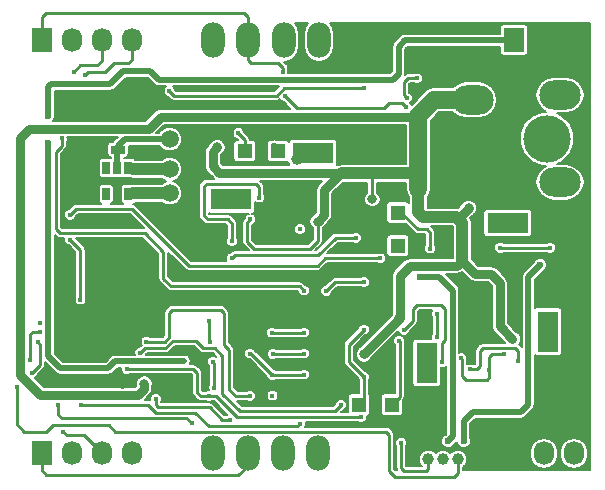
<source format=gbl>
G04 #@! TF.FileFunction,Copper,L2,Bot,Signal*
%FSLAX46Y46*%
G04 Gerber Fmt 4.6, Leading zero omitted, Abs format (unit mm)*
G04 Created by KiCad (PCBNEW 4.0.2+dfsg1-stable) date tis  3 jan 2017 22:34:46*
%MOMM*%
G01*
G04 APERTURE LIST*
%ADD10C,0.100000*%
%ADD11C,0.400000*%
%ADD12C,0.600000*%
%ADD13C,1.000000*%
%ADD14R,3.500120X1.800860*%
%ADD15C,1.501140*%
%ADD16C,2.999740*%
%ADD17O,2.000000X3.000000*%
%ADD18R,1.800860X3.500120*%
%ADD19R,1.300000X1.300000*%
%ADD20R,1.727200X2.032000*%
%ADD21O,1.727200X2.032000*%
%ADD22O,3.500000X2.500000*%
%ADD23O,2.500000X3.500000*%
%ADD24C,4.000000*%
%ADD25R,0.650000X1.060000*%
%ADD26R,1.200000X0.750000*%
%ADD27C,0.800000*%
%ADD28C,0.750000*%
%ADD29C,0.250000*%
%ADD30C,1.000000*%
%ADD31C,1.500000*%
%ADD32C,0.500000*%
%ADD33C,0.200000*%
G04 APERTURE END LIST*
D10*
D11*
X143687800Y-109728000D03*
D12*
X145923000Y-114706400D03*
X143916400Y-113868200D03*
D11*
X146507200Y-116713000D03*
X158496000Y-116840000D03*
X160782000Y-118618000D03*
X144399000Y-99441000D03*
X144424400Y-91592400D03*
X146710400Y-91592400D03*
X152019000Y-107772200D03*
X146558000Y-106045000D03*
X146558000Y-105410000D03*
X159258000Y-95758000D03*
X159258000Y-95250000D03*
X167513000Y-107569000D03*
X170053000Y-112014000D03*
X169164000Y-108585000D03*
X170180000Y-105791000D03*
X172339000Y-105791000D03*
X173609000Y-105791000D03*
X160655000Y-105410000D03*
X161544000Y-103581200D03*
X155702000Y-107823000D03*
X144068800Y-106807000D03*
X143560800Y-106426000D03*
X143687800Y-109067600D03*
X141554200Y-117805200D03*
X142087600Y-115900200D03*
D12*
X152019000Y-102870000D03*
X152908000Y-102870000D03*
X152908000Y-101981000D03*
X152019000Y-101981000D03*
X144780000Y-117348000D03*
X143891000Y-117348000D03*
X144780000Y-116459000D03*
D11*
X161417000Y-101549200D03*
X162560000Y-103581200D03*
X163576000Y-103835200D03*
X163957000Y-105486200D03*
X161671000Y-108534200D03*
X159004000Y-106883200D03*
X157988000Y-105105200D03*
X178562000Y-117094000D03*
X178562000Y-118364000D03*
X178562000Y-119761000D03*
X154305000Y-116713000D03*
X157226000Y-116586000D03*
X156845000Y-114935000D03*
X156845000Y-113157000D03*
X158115000Y-112141000D03*
X154686000Y-111379000D03*
X152908000Y-109601000D03*
X155702000Y-109601000D03*
X157988000Y-110617000D03*
X157988000Y-109474000D03*
X160401000Y-95758000D03*
X160401000Y-95250000D03*
X144399000Y-102235000D03*
X144399000Y-103505000D03*
X144399000Y-104775000D03*
X135001000Y-107315000D03*
X135001000Y-106045000D03*
X133858000Y-106045000D03*
X133858000Y-107315000D03*
X135001000Y-92456000D03*
X135001000Y-93853000D03*
X178054000Y-101473000D03*
X178435000Y-101854000D03*
X178435000Y-103251000D03*
D13*
X134620000Y-98044000D03*
X134620000Y-99314000D03*
X134620000Y-100584000D03*
D11*
X155321000Y-100330000D03*
D13*
X166878000Y-90932000D03*
X165608000Y-89281000D03*
X162052000Y-86741000D03*
X160528000Y-89281000D03*
X159258000Y-89281000D03*
D11*
X151536400Y-91592400D03*
X146685000Y-94869000D03*
X147701000Y-95631000D03*
X156972000Y-95504000D03*
X155829000Y-95504000D03*
X154686000Y-95504000D03*
X149885400Y-95148400D03*
X148336000Y-95631000D03*
X138912600Y-115646200D03*
X138430000Y-116713000D03*
X154559000Y-104521000D03*
X150876000Y-104140000D03*
X178435000Y-105410000D03*
X178435000Y-104521000D03*
X176784000Y-101473000D03*
X174498000Y-101727000D03*
X174498000Y-103505000D03*
X176403000Y-108712000D03*
X176403000Y-109601000D03*
X170942000Y-119761000D03*
X172212000Y-119761000D03*
X173482000Y-119761000D03*
X174752000Y-119761000D03*
X176276000Y-114681000D03*
X174879000Y-114681000D03*
X166116000Y-117602000D03*
X163576000Y-119507000D03*
X163576000Y-118237000D03*
X163576000Y-116967000D03*
X137668000Y-116078000D03*
D13*
X175869600Y-120040400D03*
X175742600Y-107848400D03*
X160502600Y-104546400D03*
X157962600Y-101117400D03*
X157988000Y-89281000D03*
X149072600Y-109499400D03*
X138023600Y-113563400D03*
X138023600Y-110261400D03*
D14*
X171973240Y-102997000D03*
X176971960Y-102997000D03*
D15*
X143359720Y-102997860D03*
X143359720Y-100457860D03*
X143359720Y-98425860D03*
X143359720Y-95885860D03*
D16*
X140692720Y-106045860D03*
X140692720Y-92329860D03*
D14*
X148554440Y-100990400D03*
X153553160Y-100990400D03*
D17*
X153000000Y-87500000D03*
X156000000Y-87500000D03*
X150000000Y-87500000D03*
X147000000Y-87500000D03*
X152933400Y-122504200D03*
X155946400Y-122500000D03*
X149946400Y-122500000D03*
X146989800Y-122504200D03*
D18*
X165100000Y-114848640D03*
X165100000Y-119847360D03*
D14*
X155488640Y-97078800D03*
X160487360Y-97078800D03*
D19*
X159382000Y-118364000D03*
X162182000Y-118364000D03*
X149704600Y-96901000D03*
X152504600Y-96901000D03*
X162661600Y-104905000D03*
X162661600Y-102105000D03*
D18*
X175361600Y-112181640D03*
X175361600Y-117180360D03*
D20*
X132500000Y-87500000D03*
D21*
X135040000Y-87500000D03*
X137580000Y-87500000D03*
X140120000Y-87500000D03*
D20*
X132500000Y-122500000D03*
D21*
X135040000Y-122500000D03*
X137580000Y-122500000D03*
X140120000Y-122500000D03*
D13*
X167750000Y-123000000D03*
X166500000Y-123000000D03*
X164000000Y-123000000D03*
X165250000Y-123000000D03*
D20*
X172500000Y-122500000D03*
D21*
X175040000Y-122500000D03*
X177580000Y-122500000D03*
D20*
X172500000Y-87500000D03*
D21*
X175040000Y-87500000D03*
X177580000Y-87500000D03*
D22*
X176396000Y-92159600D03*
X176396000Y-99559600D03*
X168996000Y-99159600D03*
D23*
X171196000Y-95859600D03*
D22*
X168996000Y-92559600D03*
D24*
X175296000Y-95859600D03*
D25*
X139862600Y-100541000D03*
X138912600Y-100541000D03*
X137962600Y-100541000D03*
X137962600Y-98341000D03*
X139862600Y-98341000D03*
X138912600Y-98341000D03*
D26*
X138973600Y-96774000D03*
X137073600Y-96774000D03*
D13*
X166217600Y-95377000D03*
X138023600Y-111912400D03*
D12*
X152501600Y-104165400D03*
D11*
X137668000Y-116713000D03*
X155321000Y-101346000D03*
D12*
X143891000Y-116459000D03*
D27*
X141196100Y-116586000D03*
D11*
X156118600Y-94234000D03*
D27*
X168653460Y-101729500D03*
X160502600Y-100980200D03*
D11*
X151358600Y-94005400D03*
D27*
X159788860Y-114112000D03*
X162791140Y-111064000D03*
X172374600Y-112801400D03*
D11*
X165430200Y-102489000D03*
X150190200Y-102692200D03*
D27*
X147396200Y-96596200D03*
X155869600Y-102870000D03*
X175277600Y-112014000D03*
D11*
X154406600Y-103530400D03*
D27*
X147886600Y-101092000D03*
D11*
X144602200Y-114681000D03*
D12*
X133070600Y-93903800D03*
X133070600Y-96189800D03*
D11*
X154726600Y-115824000D03*
X152044400Y-115849400D03*
X150154600Y-114046000D03*
X152069800Y-114071400D03*
X154726600Y-114046000D03*
X151993600Y-112268000D03*
X154726600Y-112268000D03*
X136144000Y-90500200D03*
X152908000Y-90195400D03*
X163372800Y-93192600D03*
X153111200Y-92278200D03*
X156616400Y-108762800D03*
X159788860Y-108016000D03*
X134213600Y-95834200D03*
X154726600Y-108712000D03*
X135229600Y-90170000D03*
X131521200Y-114554000D03*
X130403600Y-116890800D03*
D12*
X168249600Y-121462800D03*
D11*
X132384800Y-112191800D03*
X170408600Y-118999000D03*
D12*
X174726600Y-106553000D03*
D11*
X162966400Y-121640600D03*
D12*
X166928800Y-121462800D03*
X164566600Y-107569000D03*
D11*
X148590000Y-105994200D03*
X159131000Y-104267000D03*
X150139400Y-117652800D03*
X141386600Y-113030000D03*
X164287200Y-90754200D03*
X163449000Y-92405200D03*
X162430460Y-104584500D03*
X165404800Y-105156000D03*
X162430460Y-102550000D03*
X149707600Y-97358200D03*
X149174200Y-95402400D03*
X152222200Y-96418400D03*
X159788860Y-112014000D03*
X159791400Y-116027200D03*
X162128200Y-118313200D03*
X162791140Y-112964000D03*
D27*
X171655740Y-102679500D03*
D13*
X154094000Y-97536000D03*
D27*
X165016000Y-116078000D03*
D11*
X132181600Y-113106200D03*
X131699000Y-115671600D03*
X132384800Y-111455200D03*
X134340600Y-120650000D03*
X146720600Y-111252000D03*
X146735800Y-113080800D03*
X147116800Y-116941600D03*
X147015200Y-114731800D03*
D27*
X139296100Y-116586000D03*
X168351200Y-113487200D03*
X170474600Y-112801400D03*
D11*
X156626600Y-112268000D03*
X156626600Y-106934000D03*
D27*
X154127200Y-100965000D03*
X169240200Y-109931200D03*
D11*
X148640800Y-104546400D03*
X150952200Y-100838000D03*
X165989000Y-112674400D03*
X165963600Y-110678000D03*
X133934200Y-118389400D03*
X145211800Y-119964200D03*
X175564800Y-105079800D03*
X134924800Y-104394000D03*
X134924800Y-102285800D03*
X135798600Y-109474000D03*
X171348400Y-105079800D03*
X161188400Y-105994200D03*
X163195000Y-112039400D03*
X166446200Y-114731800D03*
X172847000Y-114655600D03*
X168757600Y-115392200D03*
X159806600Y-91541600D03*
X143332200Y-91821000D03*
X135824000Y-118364000D03*
X154381200Y-119989600D03*
X152054600Y-117602000D03*
X157861000Y-118414800D03*
X140868400Y-114020600D03*
X168021000Y-114452400D03*
X171653200Y-114122200D03*
X170408600Y-115443000D03*
X148437600Y-119659400D03*
X142163800Y-117881400D03*
X139700000Y-115366800D03*
X159537400Y-119456200D03*
X146659600Y-117652800D03*
D28*
X141196100Y-116586000D02*
X141196100Y-117031498D01*
X151358600Y-93980000D02*
X142595600Y-93980000D01*
X141579600Y-94996000D02*
X142595600Y-93980000D01*
X131419600Y-94996000D02*
X141579600Y-94996000D01*
X130657600Y-95758000D02*
X131419600Y-94996000D01*
X130657600Y-115824000D02*
X130657600Y-95758000D01*
X132410200Y-117576600D02*
X130657600Y-115824000D01*
X140650998Y-117576600D02*
X132410200Y-117576600D01*
X141196100Y-117031498D02*
X140650998Y-117576600D01*
D29*
X156108400Y-93980000D02*
X156108400Y-94223800D01*
X156108400Y-94223800D02*
X156118600Y-94234000D01*
D28*
X167614600Y-102489000D02*
X167893960Y-102489000D01*
X167893960Y-102489000D02*
X168653460Y-101729500D01*
D29*
X160502600Y-100980200D02*
X160502600Y-98780600D01*
X160502600Y-98780600D02*
X160502600Y-98882200D01*
X160502600Y-98882200D02*
X160502600Y-98780600D01*
X151358600Y-93980000D02*
X151358600Y-94005400D01*
X151358600Y-94005400D02*
X151358600Y-93980000D01*
D28*
X164312600Y-93980000D02*
X164388800Y-93903800D01*
X151358600Y-93980000D02*
X156108400Y-93980000D01*
X156108400Y-93980000D02*
X164312600Y-93980000D01*
X162839400Y-111015740D02*
X162791140Y-111064000D01*
X162839400Y-111015740D02*
X162839400Y-107467400D01*
X162839400Y-107467400D02*
X163677600Y-106629200D01*
X163677600Y-106629200D02*
X167640000Y-106629200D01*
X167640000Y-106629200D02*
X168122600Y-106146600D01*
D29*
X162791140Y-111109720D02*
X162791140Y-111064000D01*
D28*
X159788860Y-114112000D02*
X162791140Y-111109720D01*
X168122600Y-106146600D02*
X168122600Y-106222800D01*
X172374600Y-112801400D02*
X171297600Y-111724400D01*
D30*
X167614600Y-102489000D02*
X165709600Y-102489000D01*
X168122600Y-102997000D02*
X167614600Y-102489000D01*
X168122600Y-106146600D02*
X168122600Y-102997000D01*
D28*
X165709600Y-102489000D02*
X165430200Y-102489000D01*
X171297600Y-108051600D02*
X171297600Y-111724400D01*
X170561000Y-107315000D02*
X171297600Y-108051600D01*
X169214800Y-107315000D02*
X170561000Y-107315000D01*
X168122600Y-106222800D02*
X169214800Y-107315000D01*
D29*
X155869600Y-104531200D02*
X155869600Y-102870000D01*
X155244800Y-105156000D02*
X155869600Y-104531200D01*
X150469600Y-105156000D02*
X155244800Y-105156000D01*
X149910800Y-104597200D02*
X150469600Y-105156000D01*
X149910800Y-102971600D02*
X149910800Y-104597200D01*
X150190200Y-102692200D02*
X149910800Y-102971600D01*
D28*
X164388800Y-93903800D02*
X164465000Y-93903800D01*
X164465000Y-93903800D02*
X164871400Y-93497400D01*
X164871400Y-93497400D02*
X164871400Y-93421200D01*
X147548600Y-98729800D02*
X157810200Y-98729800D01*
X147396200Y-96596200D02*
X146989800Y-97002600D01*
X146989800Y-97002600D02*
X146989800Y-98171000D01*
X146989800Y-98171000D02*
X147548600Y-98729800D01*
X157810200Y-98729800D02*
X157861000Y-98780600D01*
X156438600Y-100203000D02*
X157861000Y-98780600D01*
X156438600Y-102301000D02*
X156438600Y-100203000D01*
X155869600Y-102870000D02*
X156438600Y-102301000D01*
X157962600Y-98831400D02*
X157962600Y-98780600D01*
X157861000Y-98780600D02*
X157911800Y-98780600D01*
X157911800Y-98780600D02*
X157962600Y-98831400D01*
D30*
X164388800Y-98780600D02*
X160502600Y-98780600D01*
X160502600Y-98780600D02*
X157962600Y-98780600D01*
X165430200Y-102489000D02*
X164820600Y-102489000D01*
X164388800Y-102057200D02*
X164388800Y-100152200D01*
X164820600Y-102489000D02*
X164388800Y-102057200D01*
D31*
X164388800Y-100152200D02*
X164388800Y-98780600D01*
X164388800Y-98780600D02*
X164388800Y-93903800D01*
X165733000Y-92559600D02*
X164871400Y-93421200D01*
X164871400Y-93421200D02*
X164388800Y-93903800D01*
X168996000Y-92559600D02*
X165733000Y-92559600D01*
D28*
X175277600Y-112014000D02*
X175361600Y-112098000D01*
X175361600Y-112098000D02*
X175361600Y-112181640D01*
D32*
X138973600Y-96774000D02*
X138973600Y-96459000D01*
X138973600Y-96459000D02*
X139546740Y-95885860D01*
X139546740Y-95885860D02*
X143359720Y-95885860D01*
X138912600Y-98341000D02*
X138912600Y-96835000D01*
X138912600Y-96835000D02*
X138973600Y-96774000D01*
X144602200Y-114681000D02*
X138760200Y-114681000D01*
X138760200Y-114681000D02*
X138150600Y-115290600D01*
X133070600Y-114274600D02*
X134086600Y-115290600D01*
X134086600Y-115290600D02*
X138150600Y-115290600D01*
X163299600Y-87500000D02*
X162737800Y-88061800D01*
X162737800Y-88061800D02*
X162737800Y-90347800D01*
X162737800Y-90347800D02*
X162229800Y-90855800D01*
X162229800Y-90855800D02*
X142417800Y-90855800D01*
X142417800Y-90855800D02*
X141706600Y-90144600D01*
X141706600Y-90144600D02*
X139420600Y-90144600D01*
X139420600Y-90144600D02*
X138328400Y-91236800D01*
X138328400Y-91236800D02*
X133299200Y-91236800D01*
X133299200Y-91236800D02*
X133070600Y-91465400D01*
X133070600Y-91465400D02*
X133070600Y-93903800D01*
X133070600Y-96189800D02*
X133070600Y-114274600D01*
X172500000Y-87500000D02*
X163299600Y-87500000D01*
D29*
X152044400Y-115849400D02*
X154701200Y-115849400D01*
X154701200Y-115849400D02*
X154726600Y-115824000D01*
X150154600Y-114046000D02*
X150241000Y-114046000D01*
X150241000Y-114046000D02*
X152044400Y-115849400D01*
X152069800Y-114071400D02*
X154701200Y-114071400D01*
X154701200Y-114071400D02*
X154726600Y-114046000D01*
X154726600Y-112268000D02*
X151993600Y-112268000D01*
X140120000Y-89165800D02*
X140120000Y-87500000D01*
X139801600Y-89484200D02*
X140120000Y-89165800D01*
X138607800Y-89484200D02*
X139801600Y-89484200D01*
X137871200Y-90220800D02*
X138607800Y-89484200D01*
X136423400Y-90220800D02*
X137871200Y-90220800D01*
X136144000Y-90500200D02*
X136423400Y-90220800D01*
X150000000Y-87500000D02*
X150000000Y-89167000D01*
X152933400Y-90170000D02*
X152908000Y-90195400D01*
X152933400Y-89839800D02*
X152933400Y-90170000D01*
X152527000Y-89433400D02*
X152933400Y-89839800D01*
X150266400Y-89433400D02*
X152527000Y-89433400D01*
X150000000Y-89167000D02*
X150266400Y-89433400D01*
X161925000Y-92811600D02*
X161467800Y-93268800D01*
X163372800Y-93192600D02*
X162991800Y-92811600D01*
X162991800Y-92811600D02*
X161925000Y-92811600D01*
X161467800Y-93268800D02*
X154101800Y-93268800D01*
X153111200Y-92278200D02*
X154101800Y-93268800D01*
X150000000Y-87500000D02*
X150593600Y-87500000D01*
X132500000Y-87500000D02*
X132500000Y-85584400D01*
X150000000Y-85585600D02*
X150000000Y-87500000D01*
X149631400Y-85217000D02*
X150000000Y-85585600D01*
X132867400Y-85217000D02*
X149631400Y-85217000D01*
X132500000Y-85584400D02*
X132867400Y-85217000D01*
X159788860Y-108016000D02*
X157363200Y-108016000D01*
X157363200Y-108016000D02*
X156616400Y-108762800D01*
X134086600Y-103860600D02*
X133705600Y-103479600D01*
X133705600Y-103479600D02*
X133705600Y-96951800D01*
X133705600Y-96951800D02*
X134213600Y-96443800D01*
X134213600Y-96443800D02*
X134213600Y-95834200D01*
X141224000Y-103860600D02*
X134086600Y-103860600D01*
X142824200Y-105460800D02*
X141224000Y-103860600D01*
X142824200Y-107696000D02*
X142824200Y-105460800D01*
X143484600Y-108356400D02*
X142824200Y-107696000D01*
X154371000Y-108356400D02*
X143484600Y-108356400D01*
X154726600Y-108712000D02*
X154371000Y-108356400D01*
X137580000Y-89267400D02*
X137580000Y-87500000D01*
X137210800Y-89636600D02*
X137580000Y-89267400D01*
X135763000Y-89636600D02*
X137210800Y-89636600D01*
X135229600Y-90170000D02*
X135763000Y-89636600D01*
X162433000Y-124485400D02*
X167462200Y-124485400D01*
X131038600Y-120650000D02*
X132918200Y-120650000D01*
X161950400Y-124002800D02*
X162433000Y-124485400D01*
X161950400Y-120929400D02*
X161950400Y-124002800D01*
X130403600Y-120015000D02*
X131038600Y-120650000D01*
X161671000Y-120650000D02*
X161950400Y-120929400D01*
X130403600Y-116890800D02*
X130403600Y-120015000D01*
X138760200Y-120650000D02*
X161671000Y-120650000D01*
X138201400Y-120091200D02*
X138760200Y-120650000D01*
X133477000Y-120091200D02*
X138201400Y-120091200D01*
X132918200Y-120650000D02*
X133477000Y-120091200D01*
X167750000Y-124197600D02*
X167750000Y-123000000D01*
X167462200Y-124485400D02*
X167750000Y-124197600D01*
D32*
X168249600Y-121462800D02*
X168249600Y-119761000D01*
X169011600Y-118999000D02*
X170408600Y-118999000D01*
X169011600Y-118999000D02*
X168249600Y-119761000D01*
D29*
X131521200Y-112420400D02*
X131521200Y-114554000D01*
X131749800Y-112191800D02*
X132384800Y-112191800D01*
X131521200Y-112420400D02*
X131749800Y-112191800D01*
D32*
X173075600Y-118999000D02*
X170408600Y-118999000D01*
X173710600Y-118364000D02*
X173075600Y-118999000D01*
X173710600Y-107569000D02*
X173710600Y-118364000D01*
X174726600Y-106553000D02*
X173710600Y-107569000D01*
D29*
X162966400Y-121640600D02*
X162966400Y-123748800D01*
X165250000Y-123802000D02*
X165250000Y-123000000D01*
X165049200Y-124002800D02*
X165250000Y-123802000D01*
X163220400Y-124002800D02*
X165049200Y-124002800D01*
X162966400Y-123748800D02*
X163220400Y-124002800D01*
D32*
X166928800Y-121462800D02*
X167335200Y-121056400D01*
X167335200Y-121056400D02*
X167335200Y-120650000D01*
X167335200Y-120650000D02*
X167335200Y-108712000D01*
X167335200Y-108712000D02*
X166192200Y-107569000D01*
X166192200Y-107569000D02*
X164566600Y-107569000D01*
D29*
X148844000Y-105740200D02*
X155930600Y-105740200D01*
X148590000Y-105994200D02*
X148844000Y-105740200D01*
X157403800Y-104267000D02*
X159131000Y-104267000D01*
X155930600Y-105740200D02*
X157403800Y-104267000D01*
X150139400Y-117652800D02*
X148971000Y-117652800D01*
X142925800Y-113030000D02*
X141386600Y-113030000D01*
X143332200Y-112623600D02*
X142925800Y-113030000D01*
X143332200Y-110617000D02*
X143332200Y-112623600D01*
X143586200Y-110363000D02*
X143332200Y-110617000D01*
X147675600Y-110363000D02*
X143586200Y-110363000D01*
X147929600Y-110617000D02*
X147675600Y-110363000D01*
X147929600Y-113284000D02*
X147929600Y-110617000D01*
X148412200Y-113766600D02*
X147929600Y-113284000D01*
X148412200Y-117094000D02*
X148412200Y-113766600D01*
X148971000Y-117652800D02*
X148412200Y-117094000D01*
X163550600Y-90754200D02*
X164287200Y-90754200D01*
X163220400Y-91084400D02*
X163550600Y-90754200D01*
X163220400Y-92176600D02*
X163220400Y-91084400D01*
X163449000Y-92405200D02*
X163220400Y-92176600D01*
X162430460Y-104584500D02*
X162661600Y-104815640D01*
X162661600Y-104815640D02*
X162661600Y-104905000D01*
X162661600Y-102105000D02*
X162963400Y-102105000D01*
X162963400Y-102105000D02*
X164388800Y-103530400D01*
X165404800Y-103835200D02*
X165404800Y-105156000D01*
X165100000Y-103530400D02*
X165404800Y-103835200D01*
X164388800Y-103530400D02*
X165100000Y-103530400D01*
X162430460Y-102550000D02*
X162661600Y-102318860D01*
X162661600Y-102318860D02*
X162661600Y-102105000D01*
X149707600Y-97358200D02*
X149704600Y-97355200D01*
X149704600Y-97355200D02*
X149704600Y-96901000D01*
X149704600Y-96901000D02*
X149704600Y-95932800D01*
X149704600Y-95932800D02*
X149174200Y-95402400D01*
X159791400Y-116027200D02*
X159791400Y-117954600D01*
X159791400Y-117954600D02*
X159382000Y-118364000D01*
X158496000Y-114731800D02*
X159791400Y-116027200D01*
X158496000Y-113306860D02*
X158496000Y-114731800D01*
X159788860Y-112014000D02*
X158496000Y-113306860D01*
X162128200Y-118313200D02*
X162179000Y-118364000D01*
X162179000Y-118364000D02*
X162182000Y-118364000D01*
X162791140Y-112964000D02*
X162814000Y-112986860D01*
X162814000Y-112986860D02*
X162814000Y-117732000D01*
X162814000Y-117732000D02*
X162182000Y-118364000D01*
X162182000Y-118468600D02*
X162182000Y-118364000D01*
X162182000Y-118214600D02*
X162182000Y-118364000D01*
D28*
X171655740Y-102679500D02*
X171973240Y-102997000D01*
X165016000Y-116078000D02*
X165100000Y-115994000D01*
X165100000Y-115994000D02*
X165100000Y-114848640D01*
D29*
X132181600Y-113106200D02*
X132384800Y-113309400D01*
X132384800Y-113309400D02*
X132384800Y-114985800D01*
X132384800Y-114985800D02*
X131699000Y-115671600D01*
X149946400Y-122500000D02*
X149946400Y-123560800D01*
X149946400Y-123560800D02*
X149174200Y-124333000D01*
X132500000Y-123914800D02*
X132500000Y-122500000D01*
X132918200Y-124333000D02*
X132500000Y-123914800D01*
X149174200Y-124333000D02*
X132918200Y-124333000D01*
X136060200Y-120980200D02*
X137580000Y-122500000D01*
X134670800Y-120980200D02*
X136060200Y-120980200D01*
X134340600Y-120650000D02*
X134670800Y-120980200D01*
X146720600Y-111252000D02*
X146720600Y-113065600D01*
X146720600Y-113065600D02*
X146735800Y-113080800D01*
X147116800Y-114833400D02*
X147116800Y-116941600D01*
X147015200Y-114731800D02*
X147116800Y-114833400D01*
D32*
X143916400Y-113868200D02*
X145084800Y-113868200D01*
X145084800Y-113868200D02*
X145923000Y-114706400D01*
D29*
X144830800Y-117348000D02*
X144829100Y-117348000D01*
X144829100Y-117348000D02*
X144823600Y-117353500D01*
X144830800Y-116459000D02*
X144829100Y-116459000D01*
X144829100Y-116459000D02*
X144823600Y-116453500D01*
D28*
X139296100Y-116586000D02*
X139293600Y-116586000D01*
X170474600Y-112801400D02*
X170535600Y-112801400D01*
D29*
X156626600Y-112268000D02*
X156616400Y-112268000D01*
X156626600Y-106934000D02*
X156616400Y-106934000D01*
X155143200Y-101219000D02*
X154889200Y-100965000D01*
X154889200Y-100965000D02*
X154127200Y-100965000D01*
X148640800Y-104546400D02*
X148640800Y-103047800D01*
X148640800Y-103047800D02*
X148285200Y-102692200D01*
X148285200Y-102692200D02*
X146558000Y-102692200D01*
X146558000Y-102692200D02*
X146253200Y-102387400D01*
X146253200Y-102387400D02*
X146253200Y-99898200D01*
X146253200Y-99898200D02*
X146481800Y-99669600D01*
X146481800Y-99669600D02*
X150672800Y-99669600D01*
X150672800Y-99669600D02*
X150952200Y-99949000D01*
X150952200Y-99949000D02*
X150952200Y-100838000D01*
X165989000Y-112674400D02*
X165989000Y-110703400D01*
X165989000Y-110703400D02*
X165963600Y-110678000D01*
X133934200Y-119227600D02*
X133934200Y-118389400D01*
X134213600Y-119507000D02*
X133934200Y-119227600D01*
X144272000Y-119507000D02*
X134213600Y-119507000D01*
X144754600Y-119507000D02*
X144272000Y-119507000D01*
X145211800Y-119964200D02*
X144754600Y-119507000D01*
X143941800Y-105587800D02*
X144957800Y-106603800D01*
X135798600Y-105267800D02*
X134924800Y-104394000D01*
X134924800Y-102285800D02*
X135432800Y-101777800D01*
X135432800Y-101777800D02*
X140131800Y-101777800D01*
X140131800Y-101777800D02*
X143941800Y-105587800D01*
X135798600Y-105267800D02*
X135798600Y-109474000D01*
X171348400Y-105079800D02*
X175564800Y-105079800D01*
X156489400Y-105994200D02*
X161188400Y-105994200D01*
X155879800Y-106603800D02*
X156489400Y-105994200D01*
X144957800Y-106603800D02*
X155879800Y-106603800D01*
X166446200Y-114731800D02*
X166446200Y-113115398D01*
X163195000Y-112039400D02*
X163931600Y-111302800D01*
X163931600Y-111302800D02*
X163931600Y-110312200D01*
X163931600Y-110312200D02*
X164312600Y-109931200D01*
X164312600Y-109931200D02*
X166302998Y-109931200D01*
X166302998Y-109931200D02*
X166658598Y-110286800D01*
X166658598Y-112903000D02*
X166658598Y-110286800D01*
X166446200Y-113115398D02*
X166658598Y-112903000D01*
X172618400Y-113563400D02*
X169875200Y-113563400D01*
X172847000Y-114655600D02*
X172847000Y-113792000D01*
X172847000Y-113792000D02*
X172618400Y-113563400D01*
X169341800Y-115392200D02*
X168757600Y-115392200D01*
X169646600Y-115087400D02*
X169341800Y-115392200D01*
X169646600Y-113792000D02*
X169646600Y-115087400D01*
X169875200Y-113563400D02*
X169646600Y-113792000D01*
X152400000Y-92202000D02*
X153035000Y-91567000D01*
X143713200Y-92202000D02*
X152400000Y-92202000D01*
X159781200Y-91567000D02*
X153035000Y-91567000D01*
X159781200Y-91567000D02*
X159806600Y-91541600D01*
X143332200Y-91821000D02*
X143713200Y-92202000D01*
X150723600Y-120199998D02*
X154170802Y-120199998D01*
X141503400Y-118364000D02*
X142182002Y-119042602D01*
X142182002Y-119042602D02*
X145509402Y-119042602D01*
X145509402Y-119042602D02*
X146666798Y-120199998D01*
X146666798Y-120199998D02*
X150723600Y-120199998D01*
X135824000Y-118364000D02*
X141503400Y-118364000D01*
X154170802Y-120199998D02*
X154381200Y-119989600D01*
X139862600Y-100541000D02*
X140201920Y-100541000D01*
X140201920Y-100541000D02*
X140285060Y-100457860D01*
D30*
X143359720Y-100457860D02*
X140285060Y-100457860D01*
D29*
X139862600Y-98341000D02*
X140149400Y-98341000D01*
X140149400Y-98341000D02*
X140234260Y-98425860D01*
D30*
X143359720Y-98425860D02*
X140234260Y-98425860D01*
D29*
X141274800Y-113614200D02*
X142977998Y-113614200D01*
X157861000Y-118414800D02*
X157353000Y-118922800D01*
X157353000Y-118922800D02*
X149275800Y-118922800D01*
X147802600Y-117449600D02*
X149275800Y-118922800D01*
X147193000Y-113614200D02*
X147802600Y-114223800D01*
X140868400Y-114020600D02*
X141274800Y-113614200D01*
X147802600Y-114223800D02*
X147802600Y-117449600D01*
X168021000Y-114452400D02*
X168071800Y-114503200D01*
X168071800Y-114503200D02*
X168071800Y-115925600D01*
X168071800Y-115925600D02*
X168402000Y-116255800D01*
X168402000Y-116255800D02*
X170205400Y-116255800D01*
X170205400Y-116255800D02*
X170408600Y-116052600D01*
X170408600Y-116052600D02*
X170408600Y-115443000D01*
X146202400Y-113614200D02*
X147193000Y-113614200D01*
X145567400Y-112979200D02*
X146202400Y-113614200D01*
X143612998Y-112979200D02*
X145567400Y-112979200D01*
X142977998Y-113614200D02*
X143612998Y-112979200D01*
X170408600Y-114350800D02*
X170408600Y-115443000D01*
X171653200Y-114122200D02*
X170637200Y-114122200D01*
X170637200Y-114122200D02*
X170408600Y-114350800D01*
X148437600Y-119659400D02*
X147802600Y-119659400D01*
X142392400Y-118592600D02*
X146735800Y-118592600D01*
X142163800Y-118364000D02*
X142392400Y-118592600D01*
X142163800Y-117881400D02*
X142163800Y-118364000D01*
X147802600Y-119659400D02*
X146735800Y-118592600D01*
X139700000Y-115366800D02*
X145338800Y-115366800D01*
X145973800Y-117652800D02*
X145669000Y-117348000D01*
X145669000Y-117348000D02*
X145669000Y-115697000D01*
X145973800Y-117652800D02*
X146659600Y-117652800D01*
X145338800Y-115366800D02*
X145669000Y-115697000D01*
X146659600Y-117652800D02*
X147269200Y-117652800D01*
X149072600Y-119456200D02*
X147269200Y-117652800D01*
X159537400Y-119456200D02*
X149072600Y-119456200D01*
D33*
G36*
X154798957Y-86467248D02*
X154700000Y-86964736D01*
X154700000Y-88035264D01*
X154798957Y-88532752D01*
X155080761Y-88954503D01*
X155502512Y-89236307D01*
X156000000Y-89335264D01*
X156497488Y-89236307D01*
X156919239Y-88954503D01*
X157201043Y-88532752D01*
X157300000Y-88035264D01*
X157300000Y-86964736D01*
X157201043Y-86467248D01*
X156955657Y-86100000D01*
X178900000Y-86100000D01*
X178900000Y-123900000D01*
X168175000Y-123900000D01*
X168175000Y-123689996D01*
X168202572Y-123678603D01*
X168427812Y-123453755D01*
X168549861Y-123159828D01*
X168550139Y-122841568D01*
X168428603Y-122547428D01*
X168203755Y-122322188D01*
X168202864Y-122321818D01*
X173876400Y-122321818D01*
X173876400Y-122678182D01*
X173964974Y-123123472D01*
X174217211Y-123500971D01*
X174594710Y-123753208D01*
X175040000Y-123841782D01*
X175485290Y-123753208D01*
X175862789Y-123500971D01*
X176115026Y-123123472D01*
X176203600Y-122678182D01*
X176203600Y-122321818D01*
X176416400Y-122321818D01*
X176416400Y-122678182D01*
X176504974Y-123123472D01*
X176757211Y-123500971D01*
X177134710Y-123753208D01*
X177580000Y-123841782D01*
X178025290Y-123753208D01*
X178402789Y-123500971D01*
X178655026Y-123123472D01*
X178743600Y-122678182D01*
X178743600Y-122321818D01*
X178655026Y-121876528D01*
X178402789Y-121499029D01*
X178025290Y-121246792D01*
X177580000Y-121158218D01*
X177134710Y-121246792D01*
X176757211Y-121499029D01*
X176504974Y-121876528D01*
X176416400Y-122321818D01*
X176203600Y-122321818D01*
X176115026Y-121876528D01*
X175862789Y-121499029D01*
X175485290Y-121246792D01*
X175040000Y-121158218D01*
X174594710Y-121246792D01*
X174217211Y-121499029D01*
X173964974Y-121876528D01*
X173876400Y-122321818D01*
X168202864Y-122321818D01*
X167909828Y-122200139D01*
X167591568Y-122199861D01*
X167297428Y-122321397D01*
X167124897Y-122493628D01*
X166953755Y-122322188D01*
X166659828Y-122200139D01*
X166341568Y-122199861D01*
X166047428Y-122321397D01*
X165874897Y-122493628D01*
X165703755Y-122322188D01*
X165409828Y-122200139D01*
X165091568Y-122199861D01*
X164797428Y-122321397D01*
X164572188Y-122546245D01*
X164450139Y-122840172D01*
X164449861Y-123158432D01*
X164571397Y-123452572D01*
X164696407Y-123577800D01*
X163396441Y-123577800D01*
X163391400Y-123572760D01*
X163391400Y-121920905D01*
X163466313Y-121740493D01*
X163466487Y-121541580D01*
X163390527Y-121357743D01*
X163249997Y-121216967D01*
X163066293Y-121140687D01*
X162867380Y-121140513D01*
X162683543Y-121216473D01*
X162542767Y-121357003D01*
X162466487Y-121540707D01*
X162466313Y-121739620D01*
X162541400Y-121921344D01*
X162541400Y-123748800D01*
X162561336Y-123849023D01*
X162571475Y-123900000D01*
X162448640Y-123900000D01*
X162375400Y-123826760D01*
X162375400Y-120929400D01*
X162343049Y-120766760D01*
X162276720Y-120667492D01*
X162250920Y-120628879D01*
X161971520Y-120349480D01*
X161833641Y-120257351D01*
X161806657Y-120251984D01*
X161671000Y-120225000D01*
X154824846Y-120225000D01*
X154881113Y-120089493D01*
X154881287Y-119890580D01*
X154877411Y-119881200D01*
X159257095Y-119881200D01*
X159437507Y-119956113D01*
X159636420Y-119956287D01*
X159820257Y-119880327D01*
X159961033Y-119739797D01*
X160037313Y-119556093D01*
X160037487Y-119357180D01*
X160022074Y-119319877D01*
X160032000Y-119319877D01*
X160143173Y-119298958D01*
X160245279Y-119233255D01*
X160313778Y-119133003D01*
X160337877Y-119014000D01*
X160337877Y-117714000D01*
X161226123Y-117714000D01*
X161226123Y-119014000D01*
X161247042Y-119125173D01*
X161312745Y-119227279D01*
X161412997Y-119295778D01*
X161532000Y-119319877D01*
X162832000Y-119319877D01*
X162943173Y-119298958D01*
X163045279Y-119233255D01*
X163113778Y-119133003D01*
X163137877Y-119014000D01*
X163137877Y-117997564D01*
X163206649Y-117894641D01*
X163217070Y-117842249D01*
X163239000Y-117732000D01*
X163239000Y-113189251D01*
X163291053Y-113063893D01*
X163291227Y-112864980D01*
X163215267Y-112681143D01*
X163074737Y-112540367D01*
X162891033Y-112464087D01*
X162692120Y-112463913D01*
X162508283Y-112539873D01*
X162367507Y-112680403D01*
X162291227Y-112864107D01*
X162291053Y-113063020D01*
X162367013Y-113246857D01*
X162389000Y-113268882D01*
X162389000Y-117408123D01*
X161532000Y-117408123D01*
X161420827Y-117429042D01*
X161318721Y-117494745D01*
X161250222Y-117594997D01*
X161226123Y-117714000D01*
X160337877Y-117714000D01*
X160316958Y-117602827D01*
X160251255Y-117500721D01*
X160216400Y-117476906D01*
X160216400Y-116307505D01*
X160291313Y-116127093D01*
X160291487Y-115928180D01*
X160215527Y-115744343D01*
X160074997Y-115603567D01*
X159893405Y-115528164D01*
X158921000Y-114555760D01*
X158921000Y-113482900D01*
X159891174Y-112512726D01*
X160071717Y-112438127D01*
X160212493Y-112297597D01*
X160288773Y-112113893D01*
X160288947Y-111914980D01*
X160212987Y-111731143D01*
X160072457Y-111590367D01*
X159888753Y-111514087D01*
X159689840Y-111513913D01*
X159506003Y-111589873D01*
X159365227Y-111730403D01*
X159289823Y-111911997D01*
X158195480Y-113006340D01*
X158103351Y-113144219D01*
X158098074Y-113170751D01*
X158071000Y-113306860D01*
X158071000Y-114731800D01*
X158097836Y-114866713D01*
X158103351Y-114894441D01*
X158195480Y-115032320D01*
X159292675Y-116129516D01*
X159366400Y-116307944D01*
X159366400Y-117408123D01*
X158732000Y-117408123D01*
X158620827Y-117429042D01*
X158518721Y-117494745D01*
X158450222Y-117594997D01*
X158426123Y-117714000D01*
X158426123Y-119014000D01*
X158429359Y-119031200D01*
X157845640Y-119031200D01*
X157963315Y-118913525D01*
X158143857Y-118838927D01*
X158284633Y-118698397D01*
X158360913Y-118514693D01*
X158361087Y-118315780D01*
X158285127Y-118131943D01*
X158144597Y-117991167D01*
X157960893Y-117914887D01*
X157761980Y-117914713D01*
X157578143Y-117990673D01*
X157437367Y-118131203D01*
X157361964Y-118312796D01*
X157176960Y-118497800D01*
X149451841Y-118497800D01*
X149031841Y-118077800D01*
X149859095Y-118077800D01*
X150039507Y-118152713D01*
X150238420Y-118152887D01*
X150422257Y-118076927D01*
X150563033Y-117936397D01*
X150639313Y-117752693D01*
X150639358Y-117701020D01*
X151554513Y-117701020D01*
X151630473Y-117884857D01*
X151771003Y-118025633D01*
X151954707Y-118101913D01*
X152153620Y-118102087D01*
X152337457Y-118026127D01*
X152478233Y-117885597D01*
X152554513Y-117701893D01*
X152554687Y-117502980D01*
X152478727Y-117319143D01*
X152338197Y-117178367D01*
X152154493Y-117102087D01*
X151955580Y-117101913D01*
X151771743Y-117177873D01*
X151630967Y-117318403D01*
X151554687Y-117502107D01*
X151554513Y-117701020D01*
X150639358Y-117701020D01*
X150639487Y-117553780D01*
X150563527Y-117369943D01*
X150422997Y-117229167D01*
X150239293Y-117152887D01*
X150040380Y-117152713D01*
X149858656Y-117227800D01*
X149147041Y-117227800D01*
X148837200Y-116917960D01*
X148837200Y-114145020D01*
X149654513Y-114145020D01*
X149730473Y-114328857D01*
X149871003Y-114469633D01*
X150054707Y-114545913D01*
X150139947Y-114545988D01*
X151545675Y-115951716D01*
X151620273Y-116132257D01*
X151760803Y-116273033D01*
X151944507Y-116349313D01*
X152143420Y-116349487D01*
X152325144Y-116274400D01*
X154507466Y-116274400D01*
X154626707Y-116323913D01*
X154825620Y-116324087D01*
X155009457Y-116248127D01*
X155150233Y-116107597D01*
X155226513Y-115923893D01*
X155226687Y-115724980D01*
X155150727Y-115541143D01*
X155010197Y-115400367D01*
X154826493Y-115324087D01*
X154627580Y-115323913D01*
X154443743Y-115399873D01*
X154419173Y-115424400D01*
X152324705Y-115424400D01*
X152146405Y-115350364D01*
X150966461Y-114170420D01*
X151569713Y-114170420D01*
X151645673Y-114354257D01*
X151786203Y-114495033D01*
X151969907Y-114571313D01*
X152168820Y-114571487D01*
X152350544Y-114496400D01*
X154507466Y-114496400D01*
X154626707Y-114545913D01*
X154825620Y-114546087D01*
X155009457Y-114470127D01*
X155150233Y-114329597D01*
X155226513Y-114145893D01*
X155226687Y-113946980D01*
X155150727Y-113763143D01*
X155010197Y-113622367D01*
X154826493Y-113546087D01*
X154627580Y-113545913D01*
X154443743Y-113621873D01*
X154419173Y-113646400D01*
X152350105Y-113646400D01*
X152169693Y-113571487D01*
X151970780Y-113571313D01*
X151786943Y-113647273D01*
X151646167Y-113787803D01*
X151569887Y-113971507D01*
X151569713Y-114170420D01*
X150966461Y-114170420D01*
X150592489Y-113796449D01*
X150578727Y-113763143D01*
X150438197Y-113622367D01*
X150254493Y-113546087D01*
X150055580Y-113545913D01*
X149871743Y-113621873D01*
X149730967Y-113762403D01*
X149654687Y-113946107D01*
X149654513Y-114145020D01*
X148837200Y-114145020D01*
X148837200Y-113766600D01*
X148804849Y-113603960D01*
X148755649Y-113530327D01*
X148712720Y-113466079D01*
X148354600Y-113107960D01*
X148354600Y-112367020D01*
X151493513Y-112367020D01*
X151569473Y-112550857D01*
X151710003Y-112691633D01*
X151893707Y-112767913D01*
X152092620Y-112768087D01*
X152274344Y-112693000D01*
X154446295Y-112693000D01*
X154626707Y-112767913D01*
X154825620Y-112768087D01*
X155009457Y-112692127D01*
X155150233Y-112551597D01*
X155226513Y-112367893D01*
X155226687Y-112168980D01*
X155150727Y-111985143D01*
X155010197Y-111844367D01*
X154826493Y-111768087D01*
X154627580Y-111767913D01*
X154445856Y-111843000D01*
X152273905Y-111843000D01*
X152093493Y-111768087D01*
X151894580Y-111767913D01*
X151710743Y-111843873D01*
X151569967Y-111984403D01*
X151493687Y-112168107D01*
X151493513Y-112367020D01*
X148354600Y-112367020D01*
X148354600Y-110617000D01*
X148322249Y-110454360D01*
X148261954Y-110364122D01*
X148230120Y-110316479D01*
X147976120Y-110062480D01*
X147838241Y-109970351D01*
X147811257Y-109964984D01*
X147675600Y-109938000D01*
X143586200Y-109938000D01*
X143423560Y-109970351D01*
X143417969Y-109974087D01*
X143285679Y-110062480D01*
X143031680Y-110316480D01*
X142939551Y-110454359D01*
X142939551Y-110454360D01*
X142907200Y-110617000D01*
X142907200Y-112447559D01*
X142749760Y-112605000D01*
X141666905Y-112605000D01*
X141486493Y-112530087D01*
X141287580Y-112529913D01*
X141103743Y-112605873D01*
X140962967Y-112746403D01*
X140886687Y-112930107D01*
X140886513Y-113129020D01*
X140962473Y-113312857D01*
X140968782Y-113319177D01*
X140766085Y-113521874D01*
X140585543Y-113596473D01*
X140444767Y-113737003D01*
X140368487Y-113920707D01*
X140368313Y-114119620D01*
X140373015Y-114131000D01*
X138760205Y-114131000D01*
X138760200Y-114130999D01*
X138570150Y-114168803D01*
X138549724Y-114172866D01*
X138371291Y-114292091D01*
X138371289Y-114292094D01*
X137922782Y-114740600D01*
X134314418Y-114740600D01*
X133620600Y-114046782D01*
X133620600Y-103995641D01*
X133786079Y-104161120D01*
X133878208Y-104222678D01*
X133923960Y-104253249D01*
X134086600Y-104285600D01*
X134428419Y-104285600D01*
X134424887Y-104294107D01*
X134424713Y-104493020D01*
X134500673Y-104676857D01*
X134641203Y-104817633D01*
X134822796Y-104893037D01*
X135373600Y-105443841D01*
X135373600Y-109193695D01*
X135298687Y-109374107D01*
X135298513Y-109573020D01*
X135374473Y-109756857D01*
X135515003Y-109897633D01*
X135698707Y-109973913D01*
X135897620Y-109974087D01*
X136081457Y-109898127D01*
X136222233Y-109757597D01*
X136298513Y-109573893D01*
X136298687Y-109374980D01*
X136223600Y-109193256D01*
X136223600Y-105267800D01*
X136209149Y-105195151D01*
X136191249Y-105105159D01*
X136099121Y-104967280D01*
X135423526Y-104291686D01*
X135421011Y-104285600D01*
X141047960Y-104285600D01*
X142399200Y-105636841D01*
X142399200Y-107696000D01*
X142418355Y-107792297D01*
X142431551Y-107858641D01*
X142523680Y-107996520D01*
X143184080Y-108656921D01*
X143321959Y-108749049D01*
X143484600Y-108781400D01*
X154194960Y-108781400D01*
X154227874Y-108814315D01*
X154302473Y-108994857D01*
X154443003Y-109135633D01*
X154626707Y-109211913D01*
X154825620Y-109212087D01*
X155009457Y-109136127D01*
X155150233Y-108995597D01*
X155205781Y-108861820D01*
X156116313Y-108861820D01*
X156192273Y-109045657D01*
X156332803Y-109186433D01*
X156516507Y-109262713D01*
X156715420Y-109262887D01*
X156899257Y-109186927D01*
X157040033Y-109046397D01*
X157115437Y-108864804D01*
X157539241Y-108441000D01*
X159508555Y-108441000D01*
X159688967Y-108515913D01*
X159887880Y-108516087D01*
X160071717Y-108440127D01*
X160212493Y-108299597D01*
X160288773Y-108115893D01*
X160288947Y-107916980D01*
X160212987Y-107733143D01*
X160072457Y-107592367D01*
X159888753Y-107516087D01*
X159689840Y-107515913D01*
X159508116Y-107591000D01*
X157363200Y-107591000D01*
X157200559Y-107623351D01*
X157062680Y-107715479D01*
X156514085Y-108264074D01*
X156333543Y-108338673D01*
X156192767Y-108479203D01*
X156116487Y-108662907D01*
X156116313Y-108861820D01*
X155205781Y-108861820D01*
X155226513Y-108811893D01*
X155226687Y-108612980D01*
X155150727Y-108429143D01*
X155010197Y-108288367D01*
X154828604Y-108212964D01*
X154671520Y-108055880D01*
X154533641Y-107963751D01*
X154504270Y-107957909D01*
X154371000Y-107931400D01*
X143660641Y-107931400D01*
X143249200Y-107519960D01*
X143249200Y-105496241D01*
X143641280Y-105888321D01*
X143641283Y-105888323D01*
X144657280Y-106904320D01*
X144795159Y-106996449D01*
X144822143Y-107001816D01*
X144957800Y-107028800D01*
X155879800Y-107028800D01*
X156015457Y-107001816D01*
X156042441Y-106996449D01*
X156180320Y-106904320D01*
X156665441Y-106419200D01*
X160908095Y-106419200D01*
X161088507Y-106494113D01*
X161287420Y-106494287D01*
X161471257Y-106418327D01*
X161612033Y-106277797D01*
X161688313Y-106094093D01*
X161688487Y-105895180D01*
X161612527Y-105711343D01*
X161471997Y-105570567D01*
X161288293Y-105494287D01*
X161089380Y-105494113D01*
X160907656Y-105569200D01*
X156702640Y-105569200D01*
X157579841Y-104692000D01*
X158850695Y-104692000D01*
X159031107Y-104766913D01*
X159230020Y-104767087D01*
X159413857Y-104691127D01*
X159554633Y-104550597D01*
X159630913Y-104366893D01*
X159631010Y-104255000D01*
X161705723Y-104255000D01*
X161705723Y-105555000D01*
X161726642Y-105666173D01*
X161792345Y-105768279D01*
X161892597Y-105836778D01*
X162011600Y-105860877D01*
X163311600Y-105860877D01*
X163422773Y-105839958D01*
X163524879Y-105774255D01*
X163593378Y-105674003D01*
X163617477Y-105555000D01*
X163617477Y-104255000D01*
X163596558Y-104143827D01*
X163530855Y-104041721D01*
X163430603Y-103973222D01*
X163311600Y-103949123D01*
X162011600Y-103949123D01*
X161900427Y-103970042D01*
X161798321Y-104035745D01*
X161729822Y-104135997D01*
X161705723Y-104255000D01*
X159631010Y-104255000D01*
X159631087Y-104167980D01*
X159555127Y-103984143D01*
X159414597Y-103843367D01*
X159230893Y-103767087D01*
X159031980Y-103766913D01*
X158850256Y-103842000D01*
X157403800Y-103842000D01*
X157241160Y-103874351D01*
X157241158Y-103874352D01*
X157241159Y-103874352D01*
X157103279Y-103966480D01*
X155754560Y-105315200D01*
X155686640Y-105315200D01*
X156170121Y-104831720D01*
X156262249Y-104693841D01*
X156294600Y-104531200D01*
X156294600Y-103434828D01*
X156462685Y-103267036D01*
X156487912Y-103206282D01*
X156915897Y-102778297D01*
X157062219Y-102559311D01*
X157113600Y-102301000D01*
X157113600Y-100482594D01*
X158015594Y-99580600D01*
X160077600Y-99580600D01*
X160077600Y-100415372D01*
X159909515Y-100583164D01*
X159802722Y-100840350D01*
X159802479Y-101118828D01*
X159908823Y-101376200D01*
X160105564Y-101573285D01*
X160362750Y-101680078D01*
X160641228Y-101680321D01*
X160898600Y-101573977D01*
X161095685Y-101377236D01*
X161202478Y-101120050D01*
X161202721Y-100841572D01*
X161096377Y-100584200D01*
X160927600Y-100415128D01*
X160927600Y-99580600D01*
X163338800Y-99580600D01*
X163338800Y-100152200D01*
X163418726Y-100554018D01*
X163588800Y-100808551D01*
X163588800Y-101331771D01*
X163530855Y-101241721D01*
X163430603Y-101173222D01*
X163311600Y-101149123D01*
X162011600Y-101149123D01*
X161900427Y-101170042D01*
X161798321Y-101235745D01*
X161729822Y-101335997D01*
X161705723Y-101455000D01*
X161705723Y-102755000D01*
X161726642Y-102866173D01*
X161792345Y-102968279D01*
X161892597Y-103036778D01*
X162011600Y-103060877D01*
X163311600Y-103060877D01*
X163317186Y-103059826D01*
X164088280Y-103830920D01*
X164226159Y-103923049D01*
X164253143Y-103928416D01*
X164388800Y-103955400D01*
X164923960Y-103955400D01*
X164979800Y-104011241D01*
X164979800Y-104875695D01*
X164904887Y-105056107D01*
X164904713Y-105255020D01*
X164980673Y-105438857D01*
X165121203Y-105579633D01*
X165304907Y-105655913D01*
X165503820Y-105656087D01*
X165687657Y-105580127D01*
X165828433Y-105439597D01*
X165904713Y-105255893D01*
X165904887Y-105056980D01*
X165829800Y-104875256D01*
X165829800Y-103835200D01*
X165797449Y-103672560D01*
X165728839Y-103569878D01*
X165705320Y-103534679D01*
X165454756Y-103284116D01*
X165569900Y-103261212D01*
X165709600Y-103289000D01*
X167283230Y-103289000D01*
X167322600Y-103328371D01*
X167322600Y-105954200D01*
X163677600Y-105954200D01*
X163419288Y-106005581D01*
X163200303Y-106151903D01*
X162362103Y-106990103D01*
X162215781Y-107209088D01*
X162203466Y-107271001D01*
X162164400Y-107467400D01*
X162164400Y-110748014D01*
X162140362Y-110805904D01*
X159452817Y-113493449D01*
X159392860Y-113518223D01*
X159195775Y-113714964D01*
X159088982Y-113972150D01*
X159088739Y-114250628D01*
X159195083Y-114508000D01*
X159391824Y-114705085D01*
X159649010Y-114811878D01*
X159927488Y-114812121D01*
X160184860Y-114705777D01*
X160381945Y-114509036D01*
X160407172Y-114448282D01*
X162701381Y-112154073D01*
X162770873Y-112322257D01*
X162911403Y-112463033D01*
X163095107Y-112539313D01*
X163294020Y-112539487D01*
X163477857Y-112463527D01*
X163618633Y-112322997D01*
X163694037Y-112141404D01*
X164232121Y-111603320D01*
X164324249Y-111465441D01*
X164356600Y-111302800D01*
X164356600Y-110488240D01*
X164488641Y-110356200D01*
X165578237Y-110356200D01*
X165539967Y-110394403D01*
X165463687Y-110578107D01*
X165463513Y-110777020D01*
X165539473Y-110960857D01*
X165564000Y-110985427D01*
X165564000Y-112394095D01*
X165489087Y-112574507D01*
X165488913Y-112773420D01*
X165496881Y-112792703D01*
X164199570Y-112792703D01*
X164088397Y-112813622D01*
X163986291Y-112879325D01*
X163917792Y-112979577D01*
X163893693Y-113098580D01*
X163893693Y-116598700D01*
X163914612Y-116709873D01*
X163980315Y-116811979D01*
X164080567Y-116880478D01*
X164199570Y-116904577D01*
X166000430Y-116904577D01*
X166111603Y-116883658D01*
X166213709Y-116817955D01*
X166282208Y-116717703D01*
X166306307Y-116598700D01*
X166306307Y-115215104D01*
X166346307Y-115231713D01*
X166545220Y-115231887D01*
X166729057Y-115155927D01*
X166785200Y-115099882D01*
X166785200Y-120828583D01*
X166709620Y-120904162D01*
X166589371Y-120953848D01*
X166420441Y-121122483D01*
X166328904Y-121342929D01*
X166328696Y-121581624D01*
X166419848Y-121802229D01*
X166588483Y-121971159D01*
X166808929Y-122062696D01*
X167047624Y-122062904D01*
X167268229Y-121971752D01*
X167437159Y-121803117D01*
X167487475Y-121681943D01*
X167649550Y-121519867D01*
X167649496Y-121581624D01*
X167740648Y-121802229D01*
X167909283Y-121971159D01*
X168129729Y-122062696D01*
X168368424Y-122062904D01*
X168589029Y-121971752D01*
X168757959Y-121803117D01*
X168849496Y-121582671D01*
X168849704Y-121343976D01*
X168799600Y-121222715D01*
X168799600Y-119988818D01*
X169239418Y-119549000D01*
X173075600Y-119549000D01*
X173286076Y-119507134D01*
X173464509Y-119387909D01*
X174099506Y-118752911D01*
X174099509Y-118752909D01*
X174218734Y-118574476D01*
X174228249Y-118526640D01*
X174260601Y-118364000D01*
X174260600Y-118363995D01*
X174260600Y-114157746D01*
X174342167Y-114213478D01*
X174461170Y-114237577D01*
X176262030Y-114237577D01*
X176373203Y-114216658D01*
X176475309Y-114150955D01*
X176543808Y-114050703D01*
X176567907Y-113931700D01*
X176567907Y-110431580D01*
X176546988Y-110320407D01*
X176481285Y-110218301D01*
X176381033Y-110149802D01*
X176262030Y-110125703D01*
X174461170Y-110125703D01*
X174349997Y-110146622D01*
X174260600Y-110204147D01*
X174260600Y-107796818D01*
X174945780Y-107111638D01*
X175066029Y-107061952D01*
X175234959Y-106893317D01*
X175326496Y-106672871D01*
X175326704Y-106434176D01*
X175235552Y-106213571D01*
X175066917Y-106044641D01*
X174846471Y-105953104D01*
X174607776Y-105952896D01*
X174387171Y-106044048D01*
X174218241Y-106212683D01*
X174167925Y-106333857D01*
X173321691Y-107180091D01*
X173202466Y-107358524D01*
X173160600Y-107569000D01*
X173160600Y-113511055D01*
X173147520Y-113491479D01*
X172918920Y-113262880D01*
X172909460Y-113256559D01*
X172967685Y-113198436D01*
X173074478Y-112941250D01*
X173074721Y-112662772D01*
X172968377Y-112405400D01*
X172771636Y-112208315D01*
X172710882Y-112183088D01*
X171972600Y-111444806D01*
X171972600Y-108051600D01*
X171921219Y-107793289D01*
X171921219Y-107793288D01*
X171774897Y-107574303D01*
X171038297Y-106837703D01*
X170819312Y-106691381D01*
X170561000Y-106640000D01*
X169494394Y-106640000D01*
X168922600Y-106068206D01*
X168922600Y-105178820D01*
X170848313Y-105178820D01*
X170924273Y-105362657D01*
X171064803Y-105503433D01*
X171248507Y-105579713D01*
X171447420Y-105579887D01*
X171629144Y-105504800D01*
X175284495Y-105504800D01*
X175464907Y-105579713D01*
X175663820Y-105579887D01*
X175847657Y-105503927D01*
X175988433Y-105363397D01*
X176064713Y-105179693D01*
X176064887Y-104980780D01*
X175988927Y-104796943D01*
X175848397Y-104656167D01*
X175664693Y-104579887D01*
X175465780Y-104579713D01*
X175284056Y-104654800D01*
X171628705Y-104654800D01*
X171448293Y-104579887D01*
X171249380Y-104579713D01*
X171065543Y-104655673D01*
X170924767Y-104796203D01*
X170848487Y-104979907D01*
X170848313Y-105178820D01*
X168922600Y-105178820D01*
X168922600Y-102997000D01*
X168861704Y-102690853D01*
X168775586Y-102561968D01*
X168989503Y-102348051D01*
X169049460Y-102323277D01*
X169246545Y-102126536D01*
X169258987Y-102096570D01*
X169917303Y-102096570D01*
X169917303Y-103897430D01*
X169938222Y-104008603D01*
X170003925Y-104110709D01*
X170104177Y-104179208D01*
X170223180Y-104203307D01*
X173723300Y-104203307D01*
X173834473Y-104182388D01*
X173936579Y-104116685D01*
X174005078Y-104016433D01*
X174029177Y-103897430D01*
X174029177Y-102096570D01*
X174008258Y-101985397D01*
X173942555Y-101883291D01*
X173842303Y-101814792D01*
X173723300Y-101790693D01*
X170223180Y-101790693D01*
X170112007Y-101811612D01*
X170009901Y-101877315D01*
X169941402Y-101977567D01*
X169917303Y-102096570D01*
X169258987Y-102096570D01*
X169353338Y-101869350D01*
X169353581Y-101590872D01*
X169247237Y-101333500D01*
X169050496Y-101136415D01*
X168793310Y-101029622D01*
X168514832Y-101029379D01*
X168257460Y-101135723D01*
X168060375Y-101332464D01*
X168035148Y-101393218D01*
X167718666Y-101709700D01*
X167614600Y-101689000D01*
X165709600Y-101689000D01*
X165569900Y-101716788D01*
X165430200Y-101689000D01*
X165188800Y-101689000D01*
X165188800Y-100808551D01*
X165358874Y-100554018D01*
X165438800Y-100152200D01*
X165438800Y-96315091D01*
X172995601Y-96315091D01*
X173345018Y-97160743D01*
X173991453Y-97808308D01*
X174836495Y-98159200D01*
X175214872Y-98159530D01*
X174759822Y-98463584D01*
X174423825Y-98966441D01*
X174305838Y-99559600D01*
X174423825Y-100152759D01*
X174759822Y-100655616D01*
X175262679Y-100991613D01*
X175855838Y-101109600D01*
X176936162Y-101109600D01*
X177529321Y-100991613D01*
X178032178Y-100655616D01*
X178368175Y-100152759D01*
X178486162Y-99559600D01*
X178368175Y-98966441D01*
X178032178Y-98463584D01*
X177529321Y-98127587D01*
X176936162Y-98009600D01*
X176115484Y-98009600D01*
X176597143Y-97810582D01*
X177244708Y-97164147D01*
X177595600Y-96319105D01*
X177596399Y-95404109D01*
X177246982Y-94558457D01*
X176600547Y-93910892D01*
X176115782Y-93709600D01*
X176936162Y-93709600D01*
X177529321Y-93591613D01*
X178032178Y-93255616D01*
X178368175Y-92752759D01*
X178486162Y-92159600D01*
X178368175Y-91566441D01*
X178032178Y-91063584D01*
X177529321Y-90727587D01*
X176936162Y-90609600D01*
X175855838Y-90609600D01*
X175262679Y-90727587D01*
X174759822Y-91063584D01*
X174423825Y-91566441D01*
X174305838Y-92159600D01*
X174423825Y-92752759D01*
X174759822Y-93255616D01*
X175214660Y-93559528D01*
X174840509Y-93559201D01*
X173994857Y-93908618D01*
X173347292Y-94555053D01*
X172996400Y-95400095D01*
X172995601Y-96315091D01*
X165438800Y-96315091D01*
X165438800Y-94338724D01*
X166167924Y-93609600D01*
X167329075Y-93609600D01*
X167359822Y-93655616D01*
X167862679Y-93991613D01*
X168455838Y-94109600D01*
X169536162Y-94109600D01*
X170129321Y-93991613D01*
X170632178Y-93655616D01*
X170968175Y-93152759D01*
X171086162Y-92559600D01*
X170968175Y-91966441D01*
X170632178Y-91463584D01*
X170129321Y-91127587D01*
X169536162Y-91009600D01*
X168455838Y-91009600D01*
X167862679Y-91127587D01*
X167359822Y-91463584D01*
X167329075Y-91509600D01*
X165733000Y-91509600D01*
X165331182Y-91589526D01*
X164990538Y-91817138D01*
X163826459Y-92981217D01*
X163796927Y-92909743D01*
X163721092Y-92833775D01*
X163731857Y-92829327D01*
X163872633Y-92688797D01*
X163948913Y-92505093D01*
X163949087Y-92306180D01*
X163873127Y-92122343D01*
X163732597Y-91981567D01*
X163645400Y-91945360D01*
X163645400Y-91260440D01*
X163726641Y-91179200D01*
X164006895Y-91179200D01*
X164187307Y-91254113D01*
X164386220Y-91254287D01*
X164570057Y-91178327D01*
X164710833Y-91037797D01*
X164787113Y-90854093D01*
X164787287Y-90655180D01*
X164711327Y-90471343D01*
X164570797Y-90330567D01*
X164387093Y-90254287D01*
X164188180Y-90254113D01*
X164006456Y-90329200D01*
X163550600Y-90329200D01*
X163387960Y-90361551D01*
X163342208Y-90392122D01*
X163269293Y-90440842D01*
X163287800Y-90347800D01*
X163287800Y-88289618D01*
X163527418Y-88050000D01*
X171330523Y-88050000D01*
X171330523Y-88516000D01*
X171351442Y-88627173D01*
X171417145Y-88729279D01*
X171517397Y-88797778D01*
X171636400Y-88821877D01*
X173363600Y-88821877D01*
X173474773Y-88800958D01*
X173576879Y-88735255D01*
X173645378Y-88635003D01*
X173669477Y-88516000D01*
X173669477Y-86484000D01*
X173648558Y-86372827D01*
X173582855Y-86270721D01*
X173482603Y-86202222D01*
X173363600Y-86178123D01*
X171636400Y-86178123D01*
X171525227Y-86199042D01*
X171423121Y-86264745D01*
X171354622Y-86364997D01*
X171330523Y-86484000D01*
X171330523Y-86950000D01*
X163299600Y-86950000D01*
X163089124Y-86991866D01*
X162910691Y-87111091D01*
X162348891Y-87672891D01*
X162229666Y-87851324D01*
X162187800Y-88061800D01*
X162187800Y-90119983D01*
X162001982Y-90305800D01*
X153403550Y-90305800D01*
X153407913Y-90295293D01*
X153408087Y-90096380D01*
X153358400Y-89976128D01*
X153358400Y-89839800D01*
X153326049Y-89677160D01*
X153253057Y-89567920D01*
X153233920Y-89539279D01*
X153024943Y-89330303D01*
X153497488Y-89236307D01*
X153919239Y-88954503D01*
X154201043Y-88532752D01*
X154300000Y-88035264D01*
X154300000Y-86964736D01*
X154201043Y-86467248D01*
X153955657Y-86100000D01*
X155044343Y-86100000D01*
X154798957Y-86467248D01*
X154798957Y-86467248D01*
G37*
X154798957Y-86467248D02*
X154700000Y-86964736D01*
X154700000Y-88035264D01*
X154798957Y-88532752D01*
X155080761Y-88954503D01*
X155502512Y-89236307D01*
X156000000Y-89335264D01*
X156497488Y-89236307D01*
X156919239Y-88954503D01*
X157201043Y-88532752D01*
X157300000Y-88035264D01*
X157300000Y-86964736D01*
X157201043Y-86467248D01*
X156955657Y-86100000D01*
X178900000Y-86100000D01*
X178900000Y-123900000D01*
X168175000Y-123900000D01*
X168175000Y-123689996D01*
X168202572Y-123678603D01*
X168427812Y-123453755D01*
X168549861Y-123159828D01*
X168550139Y-122841568D01*
X168428603Y-122547428D01*
X168203755Y-122322188D01*
X168202864Y-122321818D01*
X173876400Y-122321818D01*
X173876400Y-122678182D01*
X173964974Y-123123472D01*
X174217211Y-123500971D01*
X174594710Y-123753208D01*
X175040000Y-123841782D01*
X175485290Y-123753208D01*
X175862789Y-123500971D01*
X176115026Y-123123472D01*
X176203600Y-122678182D01*
X176203600Y-122321818D01*
X176416400Y-122321818D01*
X176416400Y-122678182D01*
X176504974Y-123123472D01*
X176757211Y-123500971D01*
X177134710Y-123753208D01*
X177580000Y-123841782D01*
X178025290Y-123753208D01*
X178402789Y-123500971D01*
X178655026Y-123123472D01*
X178743600Y-122678182D01*
X178743600Y-122321818D01*
X178655026Y-121876528D01*
X178402789Y-121499029D01*
X178025290Y-121246792D01*
X177580000Y-121158218D01*
X177134710Y-121246792D01*
X176757211Y-121499029D01*
X176504974Y-121876528D01*
X176416400Y-122321818D01*
X176203600Y-122321818D01*
X176115026Y-121876528D01*
X175862789Y-121499029D01*
X175485290Y-121246792D01*
X175040000Y-121158218D01*
X174594710Y-121246792D01*
X174217211Y-121499029D01*
X173964974Y-121876528D01*
X173876400Y-122321818D01*
X168202864Y-122321818D01*
X167909828Y-122200139D01*
X167591568Y-122199861D01*
X167297428Y-122321397D01*
X167124897Y-122493628D01*
X166953755Y-122322188D01*
X166659828Y-122200139D01*
X166341568Y-122199861D01*
X166047428Y-122321397D01*
X165874897Y-122493628D01*
X165703755Y-122322188D01*
X165409828Y-122200139D01*
X165091568Y-122199861D01*
X164797428Y-122321397D01*
X164572188Y-122546245D01*
X164450139Y-122840172D01*
X164449861Y-123158432D01*
X164571397Y-123452572D01*
X164696407Y-123577800D01*
X163396441Y-123577800D01*
X163391400Y-123572760D01*
X163391400Y-121920905D01*
X163466313Y-121740493D01*
X163466487Y-121541580D01*
X163390527Y-121357743D01*
X163249997Y-121216967D01*
X163066293Y-121140687D01*
X162867380Y-121140513D01*
X162683543Y-121216473D01*
X162542767Y-121357003D01*
X162466487Y-121540707D01*
X162466313Y-121739620D01*
X162541400Y-121921344D01*
X162541400Y-123748800D01*
X162561336Y-123849023D01*
X162571475Y-123900000D01*
X162448640Y-123900000D01*
X162375400Y-123826760D01*
X162375400Y-120929400D01*
X162343049Y-120766760D01*
X162276720Y-120667492D01*
X162250920Y-120628879D01*
X161971520Y-120349480D01*
X161833641Y-120257351D01*
X161806657Y-120251984D01*
X161671000Y-120225000D01*
X154824846Y-120225000D01*
X154881113Y-120089493D01*
X154881287Y-119890580D01*
X154877411Y-119881200D01*
X159257095Y-119881200D01*
X159437507Y-119956113D01*
X159636420Y-119956287D01*
X159820257Y-119880327D01*
X159961033Y-119739797D01*
X160037313Y-119556093D01*
X160037487Y-119357180D01*
X160022074Y-119319877D01*
X160032000Y-119319877D01*
X160143173Y-119298958D01*
X160245279Y-119233255D01*
X160313778Y-119133003D01*
X160337877Y-119014000D01*
X160337877Y-117714000D01*
X161226123Y-117714000D01*
X161226123Y-119014000D01*
X161247042Y-119125173D01*
X161312745Y-119227279D01*
X161412997Y-119295778D01*
X161532000Y-119319877D01*
X162832000Y-119319877D01*
X162943173Y-119298958D01*
X163045279Y-119233255D01*
X163113778Y-119133003D01*
X163137877Y-119014000D01*
X163137877Y-117997564D01*
X163206649Y-117894641D01*
X163217070Y-117842249D01*
X163239000Y-117732000D01*
X163239000Y-113189251D01*
X163291053Y-113063893D01*
X163291227Y-112864980D01*
X163215267Y-112681143D01*
X163074737Y-112540367D01*
X162891033Y-112464087D01*
X162692120Y-112463913D01*
X162508283Y-112539873D01*
X162367507Y-112680403D01*
X162291227Y-112864107D01*
X162291053Y-113063020D01*
X162367013Y-113246857D01*
X162389000Y-113268882D01*
X162389000Y-117408123D01*
X161532000Y-117408123D01*
X161420827Y-117429042D01*
X161318721Y-117494745D01*
X161250222Y-117594997D01*
X161226123Y-117714000D01*
X160337877Y-117714000D01*
X160316958Y-117602827D01*
X160251255Y-117500721D01*
X160216400Y-117476906D01*
X160216400Y-116307505D01*
X160291313Y-116127093D01*
X160291487Y-115928180D01*
X160215527Y-115744343D01*
X160074997Y-115603567D01*
X159893405Y-115528164D01*
X158921000Y-114555760D01*
X158921000Y-113482900D01*
X159891174Y-112512726D01*
X160071717Y-112438127D01*
X160212493Y-112297597D01*
X160288773Y-112113893D01*
X160288947Y-111914980D01*
X160212987Y-111731143D01*
X160072457Y-111590367D01*
X159888753Y-111514087D01*
X159689840Y-111513913D01*
X159506003Y-111589873D01*
X159365227Y-111730403D01*
X159289823Y-111911997D01*
X158195480Y-113006340D01*
X158103351Y-113144219D01*
X158098074Y-113170751D01*
X158071000Y-113306860D01*
X158071000Y-114731800D01*
X158097836Y-114866713D01*
X158103351Y-114894441D01*
X158195480Y-115032320D01*
X159292675Y-116129516D01*
X159366400Y-116307944D01*
X159366400Y-117408123D01*
X158732000Y-117408123D01*
X158620827Y-117429042D01*
X158518721Y-117494745D01*
X158450222Y-117594997D01*
X158426123Y-117714000D01*
X158426123Y-119014000D01*
X158429359Y-119031200D01*
X157845640Y-119031200D01*
X157963315Y-118913525D01*
X158143857Y-118838927D01*
X158284633Y-118698397D01*
X158360913Y-118514693D01*
X158361087Y-118315780D01*
X158285127Y-118131943D01*
X158144597Y-117991167D01*
X157960893Y-117914887D01*
X157761980Y-117914713D01*
X157578143Y-117990673D01*
X157437367Y-118131203D01*
X157361964Y-118312796D01*
X157176960Y-118497800D01*
X149451841Y-118497800D01*
X149031841Y-118077800D01*
X149859095Y-118077800D01*
X150039507Y-118152713D01*
X150238420Y-118152887D01*
X150422257Y-118076927D01*
X150563033Y-117936397D01*
X150639313Y-117752693D01*
X150639358Y-117701020D01*
X151554513Y-117701020D01*
X151630473Y-117884857D01*
X151771003Y-118025633D01*
X151954707Y-118101913D01*
X152153620Y-118102087D01*
X152337457Y-118026127D01*
X152478233Y-117885597D01*
X152554513Y-117701893D01*
X152554687Y-117502980D01*
X152478727Y-117319143D01*
X152338197Y-117178367D01*
X152154493Y-117102087D01*
X151955580Y-117101913D01*
X151771743Y-117177873D01*
X151630967Y-117318403D01*
X151554687Y-117502107D01*
X151554513Y-117701020D01*
X150639358Y-117701020D01*
X150639487Y-117553780D01*
X150563527Y-117369943D01*
X150422997Y-117229167D01*
X150239293Y-117152887D01*
X150040380Y-117152713D01*
X149858656Y-117227800D01*
X149147041Y-117227800D01*
X148837200Y-116917960D01*
X148837200Y-114145020D01*
X149654513Y-114145020D01*
X149730473Y-114328857D01*
X149871003Y-114469633D01*
X150054707Y-114545913D01*
X150139947Y-114545988D01*
X151545675Y-115951716D01*
X151620273Y-116132257D01*
X151760803Y-116273033D01*
X151944507Y-116349313D01*
X152143420Y-116349487D01*
X152325144Y-116274400D01*
X154507466Y-116274400D01*
X154626707Y-116323913D01*
X154825620Y-116324087D01*
X155009457Y-116248127D01*
X155150233Y-116107597D01*
X155226513Y-115923893D01*
X155226687Y-115724980D01*
X155150727Y-115541143D01*
X155010197Y-115400367D01*
X154826493Y-115324087D01*
X154627580Y-115323913D01*
X154443743Y-115399873D01*
X154419173Y-115424400D01*
X152324705Y-115424400D01*
X152146405Y-115350364D01*
X150966461Y-114170420D01*
X151569713Y-114170420D01*
X151645673Y-114354257D01*
X151786203Y-114495033D01*
X151969907Y-114571313D01*
X152168820Y-114571487D01*
X152350544Y-114496400D01*
X154507466Y-114496400D01*
X154626707Y-114545913D01*
X154825620Y-114546087D01*
X155009457Y-114470127D01*
X155150233Y-114329597D01*
X155226513Y-114145893D01*
X155226687Y-113946980D01*
X155150727Y-113763143D01*
X155010197Y-113622367D01*
X154826493Y-113546087D01*
X154627580Y-113545913D01*
X154443743Y-113621873D01*
X154419173Y-113646400D01*
X152350105Y-113646400D01*
X152169693Y-113571487D01*
X151970780Y-113571313D01*
X151786943Y-113647273D01*
X151646167Y-113787803D01*
X151569887Y-113971507D01*
X151569713Y-114170420D01*
X150966461Y-114170420D01*
X150592489Y-113796449D01*
X150578727Y-113763143D01*
X150438197Y-113622367D01*
X150254493Y-113546087D01*
X150055580Y-113545913D01*
X149871743Y-113621873D01*
X149730967Y-113762403D01*
X149654687Y-113946107D01*
X149654513Y-114145020D01*
X148837200Y-114145020D01*
X148837200Y-113766600D01*
X148804849Y-113603960D01*
X148755649Y-113530327D01*
X148712720Y-113466079D01*
X148354600Y-113107960D01*
X148354600Y-112367020D01*
X151493513Y-112367020D01*
X151569473Y-112550857D01*
X151710003Y-112691633D01*
X151893707Y-112767913D01*
X152092620Y-112768087D01*
X152274344Y-112693000D01*
X154446295Y-112693000D01*
X154626707Y-112767913D01*
X154825620Y-112768087D01*
X155009457Y-112692127D01*
X155150233Y-112551597D01*
X155226513Y-112367893D01*
X155226687Y-112168980D01*
X155150727Y-111985143D01*
X155010197Y-111844367D01*
X154826493Y-111768087D01*
X154627580Y-111767913D01*
X154445856Y-111843000D01*
X152273905Y-111843000D01*
X152093493Y-111768087D01*
X151894580Y-111767913D01*
X151710743Y-111843873D01*
X151569967Y-111984403D01*
X151493687Y-112168107D01*
X151493513Y-112367020D01*
X148354600Y-112367020D01*
X148354600Y-110617000D01*
X148322249Y-110454360D01*
X148261954Y-110364122D01*
X148230120Y-110316479D01*
X147976120Y-110062480D01*
X147838241Y-109970351D01*
X147811257Y-109964984D01*
X147675600Y-109938000D01*
X143586200Y-109938000D01*
X143423560Y-109970351D01*
X143417969Y-109974087D01*
X143285679Y-110062480D01*
X143031680Y-110316480D01*
X142939551Y-110454359D01*
X142939551Y-110454360D01*
X142907200Y-110617000D01*
X142907200Y-112447559D01*
X142749760Y-112605000D01*
X141666905Y-112605000D01*
X141486493Y-112530087D01*
X141287580Y-112529913D01*
X141103743Y-112605873D01*
X140962967Y-112746403D01*
X140886687Y-112930107D01*
X140886513Y-113129020D01*
X140962473Y-113312857D01*
X140968782Y-113319177D01*
X140766085Y-113521874D01*
X140585543Y-113596473D01*
X140444767Y-113737003D01*
X140368487Y-113920707D01*
X140368313Y-114119620D01*
X140373015Y-114131000D01*
X138760205Y-114131000D01*
X138760200Y-114130999D01*
X138570150Y-114168803D01*
X138549724Y-114172866D01*
X138371291Y-114292091D01*
X138371289Y-114292094D01*
X137922782Y-114740600D01*
X134314418Y-114740600D01*
X133620600Y-114046782D01*
X133620600Y-103995641D01*
X133786079Y-104161120D01*
X133878208Y-104222678D01*
X133923960Y-104253249D01*
X134086600Y-104285600D01*
X134428419Y-104285600D01*
X134424887Y-104294107D01*
X134424713Y-104493020D01*
X134500673Y-104676857D01*
X134641203Y-104817633D01*
X134822796Y-104893037D01*
X135373600Y-105443841D01*
X135373600Y-109193695D01*
X135298687Y-109374107D01*
X135298513Y-109573020D01*
X135374473Y-109756857D01*
X135515003Y-109897633D01*
X135698707Y-109973913D01*
X135897620Y-109974087D01*
X136081457Y-109898127D01*
X136222233Y-109757597D01*
X136298513Y-109573893D01*
X136298687Y-109374980D01*
X136223600Y-109193256D01*
X136223600Y-105267800D01*
X136209149Y-105195151D01*
X136191249Y-105105159D01*
X136099121Y-104967280D01*
X135423526Y-104291686D01*
X135421011Y-104285600D01*
X141047960Y-104285600D01*
X142399200Y-105636841D01*
X142399200Y-107696000D01*
X142418355Y-107792297D01*
X142431551Y-107858641D01*
X142523680Y-107996520D01*
X143184080Y-108656921D01*
X143321959Y-108749049D01*
X143484600Y-108781400D01*
X154194960Y-108781400D01*
X154227874Y-108814315D01*
X154302473Y-108994857D01*
X154443003Y-109135633D01*
X154626707Y-109211913D01*
X154825620Y-109212087D01*
X155009457Y-109136127D01*
X155150233Y-108995597D01*
X155205781Y-108861820D01*
X156116313Y-108861820D01*
X156192273Y-109045657D01*
X156332803Y-109186433D01*
X156516507Y-109262713D01*
X156715420Y-109262887D01*
X156899257Y-109186927D01*
X157040033Y-109046397D01*
X157115437Y-108864804D01*
X157539241Y-108441000D01*
X159508555Y-108441000D01*
X159688967Y-108515913D01*
X159887880Y-108516087D01*
X160071717Y-108440127D01*
X160212493Y-108299597D01*
X160288773Y-108115893D01*
X160288947Y-107916980D01*
X160212987Y-107733143D01*
X160072457Y-107592367D01*
X159888753Y-107516087D01*
X159689840Y-107515913D01*
X159508116Y-107591000D01*
X157363200Y-107591000D01*
X157200559Y-107623351D01*
X157062680Y-107715479D01*
X156514085Y-108264074D01*
X156333543Y-108338673D01*
X156192767Y-108479203D01*
X156116487Y-108662907D01*
X156116313Y-108861820D01*
X155205781Y-108861820D01*
X155226513Y-108811893D01*
X155226687Y-108612980D01*
X155150727Y-108429143D01*
X155010197Y-108288367D01*
X154828604Y-108212964D01*
X154671520Y-108055880D01*
X154533641Y-107963751D01*
X154504270Y-107957909D01*
X154371000Y-107931400D01*
X143660641Y-107931400D01*
X143249200Y-107519960D01*
X143249200Y-105496241D01*
X143641280Y-105888321D01*
X143641283Y-105888323D01*
X144657280Y-106904320D01*
X144795159Y-106996449D01*
X144822143Y-107001816D01*
X144957800Y-107028800D01*
X155879800Y-107028800D01*
X156015457Y-107001816D01*
X156042441Y-106996449D01*
X156180320Y-106904320D01*
X156665441Y-106419200D01*
X160908095Y-106419200D01*
X161088507Y-106494113D01*
X161287420Y-106494287D01*
X161471257Y-106418327D01*
X161612033Y-106277797D01*
X161688313Y-106094093D01*
X161688487Y-105895180D01*
X161612527Y-105711343D01*
X161471997Y-105570567D01*
X161288293Y-105494287D01*
X161089380Y-105494113D01*
X160907656Y-105569200D01*
X156702640Y-105569200D01*
X157579841Y-104692000D01*
X158850695Y-104692000D01*
X159031107Y-104766913D01*
X159230020Y-104767087D01*
X159413857Y-104691127D01*
X159554633Y-104550597D01*
X159630913Y-104366893D01*
X159631010Y-104255000D01*
X161705723Y-104255000D01*
X161705723Y-105555000D01*
X161726642Y-105666173D01*
X161792345Y-105768279D01*
X161892597Y-105836778D01*
X162011600Y-105860877D01*
X163311600Y-105860877D01*
X163422773Y-105839958D01*
X163524879Y-105774255D01*
X163593378Y-105674003D01*
X163617477Y-105555000D01*
X163617477Y-104255000D01*
X163596558Y-104143827D01*
X163530855Y-104041721D01*
X163430603Y-103973222D01*
X163311600Y-103949123D01*
X162011600Y-103949123D01*
X161900427Y-103970042D01*
X161798321Y-104035745D01*
X161729822Y-104135997D01*
X161705723Y-104255000D01*
X159631010Y-104255000D01*
X159631087Y-104167980D01*
X159555127Y-103984143D01*
X159414597Y-103843367D01*
X159230893Y-103767087D01*
X159031980Y-103766913D01*
X158850256Y-103842000D01*
X157403800Y-103842000D01*
X157241160Y-103874351D01*
X157241158Y-103874352D01*
X157241159Y-103874352D01*
X157103279Y-103966480D01*
X155754560Y-105315200D01*
X155686640Y-105315200D01*
X156170121Y-104831720D01*
X156262249Y-104693841D01*
X156294600Y-104531200D01*
X156294600Y-103434828D01*
X156462685Y-103267036D01*
X156487912Y-103206282D01*
X156915897Y-102778297D01*
X157062219Y-102559311D01*
X157113600Y-102301000D01*
X157113600Y-100482594D01*
X158015594Y-99580600D01*
X160077600Y-99580600D01*
X160077600Y-100415372D01*
X159909515Y-100583164D01*
X159802722Y-100840350D01*
X159802479Y-101118828D01*
X159908823Y-101376200D01*
X160105564Y-101573285D01*
X160362750Y-101680078D01*
X160641228Y-101680321D01*
X160898600Y-101573977D01*
X161095685Y-101377236D01*
X161202478Y-101120050D01*
X161202721Y-100841572D01*
X161096377Y-100584200D01*
X160927600Y-100415128D01*
X160927600Y-99580600D01*
X163338800Y-99580600D01*
X163338800Y-100152200D01*
X163418726Y-100554018D01*
X163588800Y-100808551D01*
X163588800Y-101331771D01*
X163530855Y-101241721D01*
X163430603Y-101173222D01*
X163311600Y-101149123D01*
X162011600Y-101149123D01*
X161900427Y-101170042D01*
X161798321Y-101235745D01*
X161729822Y-101335997D01*
X161705723Y-101455000D01*
X161705723Y-102755000D01*
X161726642Y-102866173D01*
X161792345Y-102968279D01*
X161892597Y-103036778D01*
X162011600Y-103060877D01*
X163311600Y-103060877D01*
X163317186Y-103059826D01*
X164088280Y-103830920D01*
X164226159Y-103923049D01*
X164253143Y-103928416D01*
X164388800Y-103955400D01*
X164923960Y-103955400D01*
X164979800Y-104011241D01*
X164979800Y-104875695D01*
X164904887Y-105056107D01*
X164904713Y-105255020D01*
X164980673Y-105438857D01*
X165121203Y-105579633D01*
X165304907Y-105655913D01*
X165503820Y-105656087D01*
X165687657Y-105580127D01*
X165828433Y-105439597D01*
X165904713Y-105255893D01*
X165904887Y-105056980D01*
X165829800Y-104875256D01*
X165829800Y-103835200D01*
X165797449Y-103672560D01*
X165728839Y-103569878D01*
X165705320Y-103534679D01*
X165454756Y-103284116D01*
X165569900Y-103261212D01*
X165709600Y-103289000D01*
X167283230Y-103289000D01*
X167322600Y-103328371D01*
X167322600Y-105954200D01*
X163677600Y-105954200D01*
X163419288Y-106005581D01*
X163200303Y-106151903D01*
X162362103Y-106990103D01*
X162215781Y-107209088D01*
X162203466Y-107271001D01*
X162164400Y-107467400D01*
X162164400Y-110748014D01*
X162140362Y-110805904D01*
X159452817Y-113493449D01*
X159392860Y-113518223D01*
X159195775Y-113714964D01*
X159088982Y-113972150D01*
X159088739Y-114250628D01*
X159195083Y-114508000D01*
X159391824Y-114705085D01*
X159649010Y-114811878D01*
X159927488Y-114812121D01*
X160184860Y-114705777D01*
X160381945Y-114509036D01*
X160407172Y-114448282D01*
X162701381Y-112154073D01*
X162770873Y-112322257D01*
X162911403Y-112463033D01*
X163095107Y-112539313D01*
X163294020Y-112539487D01*
X163477857Y-112463527D01*
X163618633Y-112322997D01*
X163694037Y-112141404D01*
X164232121Y-111603320D01*
X164324249Y-111465441D01*
X164356600Y-111302800D01*
X164356600Y-110488240D01*
X164488641Y-110356200D01*
X165578237Y-110356200D01*
X165539967Y-110394403D01*
X165463687Y-110578107D01*
X165463513Y-110777020D01*
X165539473Y-110960857D01*
X165564000Y-110985427D01*
X165564000Y-112394095D01*
X165489087Y-112574507D01*
X165488913Y-112773420D01*
X165496881Y-112792703D01*
X164199570Y-112792703D01*
X164088397Y-112813622D01*
X163986291Y-112879325D01*
X163917792Y-112979577D01*
X163893693Y-113098580D01*
X163893693Y-116598700D01*
X163914612Y-116709873D01*
X163980315Y-116811979D01*
X164080567Y-116880478D01*
X164199570Y-116904577D01*
X166000430Y-116904577D01*
X166111603Y-116883658D01*
X166213709Y-116817955D01*
X166282208Y-116717703D01*
X166306307Y-116598700D01*
X166306307Y-115215104D01*
X166346307Y-115231713D01*
X166545220Y-115231887D01*
X166729057Y-115155927D01*
X166785200Y-115099882D01*
X166785200Y-120828583D01*
X166709620Y-120904162D01*
X166589371Y-120953848D01*
X166420441Y-121122483D01*
X166328904Y-121342929D01*
X166328696Y-121581624D01*
X166419848Y-121802229D01*
X166588483Y-121971159D01*
X166808929Y-122062696D01*
X167047624Y-122062904D01*
X167268229Y-121971752D01*
X167437159Y-121803117D01*
X167487475Y-121681943D01*
X167649550Y-121519867D01*
X167649496Y-121581624D01*
X167740648Y-121802229D01*
X167909283Y-121971159D01*
X168129729Y-122062696D01*
X168368424Y-122062904D01*
X168589029Y-121971752D01*
X168757959Y-121803117D01*
X168849496Y-121582671D01*
X168849704Y-121343976D01*
X168799600Y-121222715D01*
X168799600Y-119988818D01*
X169239418Y-119549000D01*
X173075600Y-119549000D01*
X173286076Y-119507134D01*
X173464509Y-119387909D01*
X174099506Y-118752911D01*
X174099509Y-118752909D01*
X174218734Y-118574476D01*
X174228249Y-118526640D01*
X174260601Y-118364000D01*
X174260600Y-118363995D01*
X174260600Y-114157746D01*
X174342167Y-114213478D01*
X174461170Y-114237577D01*
X176262030Y-114237577D01*
X176373203Y-114216658D01*
X176475309Y-114150955D01*
X176543808Y-114050703D01*
X176567907Y-113931700D01*
X176567907Y-110431580D01*
X176546988Y-110320407D01*
X176481285Y-110218301D01*
X176381033Y-110149802D01*
X176262030Y-110125703D01*
X174461170Y-110125703D01*
X174349997Y-110146622D01*
X174260600Y-110204147D01*
X174260600Y-107796818D01*
X174945780Y-107111638D01*
X175066029Y-107061952D01*
X175234959Y-106893317D01*
X175326496Y-106672871D01*
X175326704Y-106434176D01*
X175235552Y-106213571D01*
X175066917Y-106044641D01*
X174846471Y-105953104D01*
X174607776Y-105952896D01*
X174387171Y-106044048D01*
X174218241Y-106212683D01*
X174167925Y-106333857D01*
X173321691Y-107180091D01*
X173202466Y-107358524D01*
X173160600Y-107569000D01*
X173160600Y-113511055D01*
X173147520Y-113491479D01*
X172918920Y-113262880D01*
X172909460Y-113256559D01*
X172967685Y-113198436D01*
X173074478Y-112941250D01*
X173074721Y-112662772D01*
X172968377Y-112405400D01*
X172771636Y-112208315D01*
X172710882Y-112183088D01*
X171972600Y-111444806D01*
X171972600Y-108051600D01*
X171921219Y-107793289D01*
X171921219Y-107793288D01*
X171774897Y-107574303D01*
X171038297Y-106837703D01*
X170819312Y-106691381D01*
X170561000Y-106640000D01*
X169494394Y-106640000D01*
X168922600Y-106068206D01*
X168922600Y-105178820D01*
X170848313Y-105178820D01*
X170924273Y-105362657D01*
X171064803Y-105503433D01*
X171248507Y-105579713D01*
X171447420Y-105579887D01*
X171629144Y-105504800D01*
X175284495Y-105504800D01*
X175464907Y-105579713D01*
X175663820Y-105579887D01*
X175847657Y-105503927D01*
X175988433Y-105363397D01*
X176064713Y-105179693D01*
X176064887Y-104980780D01*
X175988927Y-104796943D01*
X175848397Y-104656167D01*
X175664693Y-104579887D01*
X175465780Y-104579713D01*
X175284056Y-104654800D01*
X171628705Y-104654800D01*
X171448293Y-104579887D01*
X171249380Y-104579713D01*
X171065543Y-104655673D01*
X170924767Y-104796203D01*
X170848487Y-104979907D01*
X170848313Y-105178820D01*
X168922600Y-105178820D01*
X168922600Y-102997000D01*
X168861704Y-102690853D01*
X168775586Y-102561968D01*
X168989503Y-102348051D01*
X169049460Y-102323277D01*
X169246545Y-102126536D01*
X169258987Y-102096570D01*
X169917303Y-102096570D01*
X169917303Y-103897430D01*
X169938222Y-104008603D01*
X170003925Y-104110709D01*
X170104177Y-104179208D01*
X170223180Y-104203307D01*
X173723300Y-104203307D01*
X173834473Y-104182388D01*
X173936579Y-104116685D01*
X174005078Y-104016433D01*
X174029177Y-103897430D01*
X174029177Y-102096570D01*
X174008258Y-101985397D01*
X173942555Y-101883291D01*
X173842303Y-101814792D01*
X173723300Y-101790693D01*
X170223180Y-101790693D01*
X170112007Y-101811612D01*
X170009901Y-101877315D01*
X169941402Y-101977567D01*
X169917303Y-102096570D01*
X169258987Y-102096570D01*
X169353338Y-101869350D01*
X169353581Y-101590872D01*
X169247237Y-101333500D01*
X169050496Y-101136415D01*
X168793310Y-101029622D01*
X168514832Y-101029379D01*
X168257460Y-101135723D01*
X168060375Y-101332464D01*
X168035148Y-101393218D01*
X167718666Y-101709700D01*
X167614600Y-101689000D01*
X165709600Y-101689000D01*
X165569900Y-101716788D01*
X165430200Y-101689000D01*
X165188800Y-101689000D01*
X165188800Y-100808551D01*
X165358874Y-100554018D01*
X165438800Y-100152200D01*
X165438800Y-96315091D01*
X172995601Y-96315091D01*
X173345018Y-97160743D01*
X173991453Y-97808308D01*
X174836495Y-98159200D01*
X175214872Y-98159530D01*
X174759822Y-98463584D01*
X174423825Y-98966441D01*
X174305838Y-99559600D01*
X174423825Y-100152759D01*
X174759822Y-100655616D01*
X175262679Y-100991613D01*
X175855838Y-101109600D01*
X176936162Y-101109600D01*
X177529321Y-100991613D01*
X178032178Y-100655616D01*
X178368175Y-100152759D01*
X178486162Y-99559600D01*
X178368175Y-98966441D01*
X178032178Y-98463584D01*
X177529321Y-98127587D01*
X176936162Y-98009600D01*
X176115484Y-98009600D01*
X176597143Y-97810582D01*
X177244708Y-97164147D01*
X177595600Y-96319105D01*
X177596399Y-95404109D01*
X177246982Y-94558457D01*
X176600547Y-93910892D01*
X176115782Y-93709600D01*
X176936162Y-93709600D01*
X177529321Y-93591613D01*
X178032178Y-93255616D01*
X178368175Y-92752759D01*
X178486162Y-92159600D01*
X178368175Y-91566441D01*
X178032178Y-91063584D01*
X177529321Y-90727587D01*
X176936162Y-90609600D01*
X175855838Y-90609600D01*
X175262679Y-90727587D01*
X174759822Y-91063584D01*
X174423825Y-91566441D01*
X174305838Y-92159600D01*
X174423825Y-92752759D01*
X174759822Y-93255616D01*
X175214660Y-93559528D01*
X174840509Y-93559201D01*
X173994857Y-93908618D01*
X173347292Y-94555053D01*
X172996400Y-95400095D01*
X172995601Y-96315091D01*
X165438800Y-96315091D01*
X165438800Y-94338724D01*
X166167924Y-93609600D01*
X167329075Y-93609600D01*
X167359822Y-93655616D01*
X167862679Y-93991613D01*
X168455838Y-94109600D01*
X169536162Y-94109600D01*
X170129321Y-93991613D01*
X170632178Y-93655616D01*
X170968175Y-93152759D01*
X171086162Y-92559600D01*
X170968175Y-91966441D01*
X170632178Y-91463584D01*
X170129321Y-91127587D01*
X169536162Y-91009600D01*
X168455838Y-91009600D01*
X167862679Y-91127587D01*
X167359822Y-91463584D01*
X167329075Y-91509600D01*
X165733000Y-91509600D01*
X165331182Y-91589526D01*
X164990538Y-91817138D01*
X163826459Y-92981217D01*
X163796927Y-92909743D01*
X163721092Y-92833775D01*
X163731857Y-92829327D01*
X163872633Y-92688797D01*
X163948913Y-92505093D01*
X163949087Y-92306180D01*
X163873127Y-92122343D01*
X163732597Y-91981567D01*
X163645400Y-91945360D01*
X163645400Y-91260440D01*
X163726641Y-91179200D01*
X164006895Y-91179200D01*
X164187307Y-91254113D01*
X164386220Y-91254287D01*
X164570057Y-91178327D01*
X164710833Y-91037797D01*
X164787113Y-90854093D01*
X164787287Y-90655180D01*
X164711327Y-90471343D01*
X164570797Y-90330567D01*
X164387093Y-90254287D01*
X164188180Y-90254113D01*
X164006456Y-90329200D01*
X163550600Y-90329200D01*
X163387960Y-90361551D01*
X163342208Y-90392122D01*
X163269293Y-90440842D01*
X163287800Y-90347800D01*
X163287800Y-88289618D01*
X163527418Y-88050000D01*
X171330523Y-88050000D01*
X171330523Y-88516000D01*
X171351442Y-88627173D01*
X171417145Y-88729279D01*
X171517397Y-88797778D01*
X171636400Y-88821877D01*
X173363600Y-88821877D01*
X173474773Y-88800958D01*
X173576879Y-88735255D01*
X173645378Y-88635003D01*
X173669477Y-88516000D01*
X173669477Y-86484000D01*
X173648558Y-86372827D01*
X173582855Y-86270721D01*
X173482603Y-86202222D01*
X173363600Y-86178123D01*
X171636400Y-86178123D01*
X171525227Y-86199042D01*
X171423121Y-86264745D01*
X171354622Y-86364997D01*
X171330523Y-86484000D01*
X171330523Y-86950000D01*
X163299600Y-86950000D01*
X163089124Y-86991866D01*
X162910691Y-87111091D01*
X162348891Y-87672891D01*
X162229666Y-87851324D01*
X162187800Y-88061800D01*
X162187800Y-90119983D01*
X162001982Y-90305800D01*
X153403550Y-90305800D01*
X153407913Y-90295293D01*
X153408087Y-90096380D01*
X153358400Y-89976128D01*
X153358400Y-89839800D01*
X153326049Y-89677160D01*
X153253057Y-89567920D01*
X153233920Y-89539279D01*
X153024943Y-89330303D01*
X153497488Y-89236307D01*
X153919239Y-88954503D01*
X154201043Y-88532752D01*
X154300000Y-88035264D01*
X154300000Y-86964736D01*
X154201043Y-86467248D01*
X153955657Y-86100000D01*
X155044343Y-86100000D01*
X154798957Y-86467248D01*
G36*
X133697691Y-115679509D02*
X133876124Y-115798734D01*
X134086600Y-115840600D01*
X138150600Y-115840600D01*
X138361076Y-115798734D01*
X138539509Y-115679509D01*
X138988017Y-115231000D01*
X139214997Y-115231000D01*
X139200087Y-115266907D01*
X139199913Y-115465820D01*
X139275873Y-115649657D01*
X139416403Y-115790433D01*
X139600107Y-115866713D01*
X139799020Y-115866887D01*
X139980744Y-115791800D01*
X145162760Y-115791800D01*
X145244000Y-115873041D01*
X145244000Y-117348000D01*
X145265562Y-117456400D01*
X145276351Y-117510641D01*
X145368480Y-117648520D01*
X145673279Y-117953320D01*
X145762118Y-118012680D01*
X145811160Y-118045449D01*
X145973800Y-118077800D01*
X146379295Y-118077800D01*
X146559707Y-118152713D01*
X146758620Y-118152887D01*
X146940344Y-118077800D01*
X147093160Y-118077800D01*
X148222596Y-119207237D01*
X148156856Y-119234400D01*
X147978640Y-119234400D01*
X147036320Y-118292080D01*
X146898441Y-118199951D01*
X146871457Y-118194584D01*
X146735800Y-118167600D01*
X142588800Y-118167600D01*
X142588800Y-118161705D01*
X142663713Y-117981293D01*
X142663887Y-117782380D01*
X142587927Y-117598543D01*
X142447397Y-117457767D01*
X142263693Y-117381487D01*
X142064780Y-117381313D01*
X141880943Y-117457273D01*
X141740167Y-117597803D01*
X141663887Y-117781507D01*
X141663721Y-117970890D01*
X141631095Y-117964400D01*
X141503400Y-117939000D01*
X141243192Y-117939000D01*
X141673397Y-117508795D01*
X141819719Y-117289810D01*
X141871100Y-117031498D01*
X141871100Y-116785763D01*
X141895978Y-116725850D01*
X141896221Y-116447372D01*
X141789877Y-116190000D01*
X141593136Y-115992915D01*
X141335950Y-115886122D01*
X141057472Y-115885879D01*
X140800100Y-115992223D01*
X140603015Y-116188964D01*
X140496222Y-116446150D01*
X140495979Y-116724628D01*
X140511299Y-116761705D01*
X140371404Y-116901600D01*
X132689794Y-116901600D01*
X131912556Y-116124362D01*
X131981857Y-116095727D01*
X132122633Y-115955197D01*
X132198037Y-115773604D01*
X132685321Y-115286320D01*
X132777449Y-115148441D01*
X132809800Y-114985800D01*
X132809800Y-114791618D01*
X133697691Y-115679509D01*
X133697691Y-115679509D01*
G37*
X133697691Y-115679509D02*
X133876124Y-115798734D01*
X134086600Y-115840600D01*
X138150600Y-115840600D01*
X138361076Y-115798734D01*
X138539509Y-115679509D01*
X138988017Y-115231000D01*
X139214997Y-115231000D01*
X139200087Y-115266907D01*
X139199913Y-115465820D01*
X139275873Y-115649657D01*
X139416403Y-115790433D01*
X139600107Y-115866713D01*
X139799020Y-115866887D01*
X139980744Y-115791800D01*
X145162760Y-115791800D01*
X145244000Y-115873041D01*
X145244000Y-117348000D01*
X145265562Y-117456400D01*
X145276351Y-117510641D01*
X145368480Y-117648520D01*
X145673279Y-117953320D01*
X145762118Y-118012680D01*
X145811160Y-118045449D01*
X145973800Y-118077800D01*
X146379295Y-118077800D01*
X146559707Y-118152713D01*
X146758620Y-118152887D01*
X146940344Y-118077800D01*
X147093160Y-118077800D01*
X148222596Y-119207237D01*
X148156856Y-119234400D01*
X147978640Y-119234400D01*
X147036320Y-118292080D01*
X146898441Y-118199951D01*
X146871457Y-118194584D01*
X146735800Y-118167600D01*
X142588800Y-118167600D01*
X142588800Y-118161705D01*
X142663713Y-117981293D01*
X142663887Y-117782380D01*
X142587927Y-117598543D01*
X142447397Y-117457767D01*
X142263693Y-117381487D01*
X142064780Y-117381313D01*
X141880943Y-117457273D01*
X141740167Y-117597803D01*
X141663887Y-117781507D01*
X141663721Y-117970890D01*
X141631095Y-117964400D01*
X141503400Y-117939000D01*
X141243192Y-117939000D01*
X141673397Y-117508795D01*
X141819719Y-117289810D01*
X141871100Y-117031498D01*
X141871100Y-116785763D01*
X141895978Y-116725850D01*
X141896221Y-116447372D01*
X141789877Y-116190000D01*
X141593136Y-115992915D01*
X141335950Y-115886122D01*
X141057472Y-115885879D01*
X140800100Y-115992223D01*
X140603015Y-116188964D01*
X140496222Y-116446150D01*
X140495979Y-116724628D01*
X140511299Y-116761705D01*
X140371404Y-116901600D01*
X132689794Y-116901600D01*
X131912556Y-116124362D01*
X131981857Y-116095727D01*
X132122633Y-115955197D01*
X132198037Y-115773604D01*
X132685321Y-115286320D01*
X132777449Y-115148441D01*
X132809800Y-114985800D01*
X132809800Y-114791618D01*
X133697691Y-115679509D01*
G36*
X145901880Y-113914721D02*
X146039759Y-114006849D01*
X146202400Y-114039200D01*
X147016960Y-114039200D01*
X147276787Y-114299028D01*
X147115093Y-114231887D01*
X146916180Y-114231713D01*
X146732343Y-114307673D01*
X146591567Y-114448203D01*
X146515287Y-114631907D01*
X146515113Y-114830820D01*
X146591073Y-115014657D01*
X146691800Y-115115560D01*
X146691800Y-116661295D01*
X146616887Y-116841707D01*
X146616713Y-117040620D01*
X146663066Y-117152803D01*
X146560580Y-117152713D01*
X146378856Y-117227800D01*
X146149841Y-117227800D01*
X146094000Y-117171960D01*
X146094000Y-115697000D01*
X146061649Y-115534360D01*
X146000604Y-115443000D01*
X145969520Y-115396479D01*
X145639320Y-115066280D01*
X145501441Y-114974151D01*
X145466495Y-114967200D01*
X145338800Y-114941800D01*
X145076709Y-114941800D01*
X145110334Y-114891476D01*
X145152200Y-114681000D01*
X145110334Y-114470524D01*
X144991109Y-114292091D01*
X144812676Y-114172866D01*
X144602200Y-114131000D01*
X141363950Y-114131000D01*
X141367436Y-114122604D01*
X141450841Y-114039200D01*
X142977998Y-114039200D01*
X143113655Y-114012216D01*
X143140639Y-114006849D01*
X143278518Y-113914720D01*
X143789039Y-113404200D01*
X145391360Y-113404200D01*
X145901880Y-113914721D01*
X145901880Y-113914721D01*
G37*
X145901880Y-113914721D02*
X146039759Y-114006849D01*
X146202400Y-114039200D01*
X147016960Y-114039200D01*
X147276787Y-114299028D01*
X147115093Y-114231887D01*
X146916180Y-114231713D01*
X146732343Y-114307673D01*
X146591567Y-114448203D01*
X146515287Y-114631907D01*
X146515113Y-114830820D01*
X146591073Y-115014657D01*
X146691800Y-115115560D01*
X146691800Y-116661295D01*
X146616887Y-116841707D01*
X146616713Y-117040620D01*
X146663066Y-117152803D01*
X146560580Y-117152713D01*
X146378856Y-117227800D01*
X146149841Y-117227800D01*
X146094000Y-117171960D01*
X146094000Y-115697000D01*
X146061649Y-115534360D01*
X146000604Y-115443000D01*
X145969520Y-115396479D01*
X145639320Y-115066280D01*
X145501441Y-114974151D01*
X145466495Y-114967200D01*
X145338800Y-114941800D01*
X145076709Y-114941800D01*
X145110334Y-114891476D01*
X145152200Y-114681000D01*
X145110334Y-114470524D01*
X144991109Y-114292091D01*
X144812676Y-114172866D01*
X144602200Y-114131000D01*
X141363950Y-114131000D01*
X141367436Y-114122604D01*
X141450841Y-114039200D01*
X142977998Y-114039200D01*
X143113655Y-114012216D01*
X143140639Y-114006849D01*
X143278518Y-113914720D01*
X143789039Y-113404200D01*
X145391360Y-113404200D01*
X145901880Y-113914721D01*
G36*
X168737503Y-107792297D02*
X168956488Y-107938619D01*
X169214800Y-107990000D01*
X170281406Y-107990000D01*
X170622600Y-108331194D01*
X170622600Y-111724400D01*
X170673981Y-111982712D01*
X170820303Y-112201697D01*
X171756049Y-113137443D01*
X171756445Y-113138400D01*
X169875200Y-113138400D01*
X169712560Y-113170751D01*
X169672677Y-113197400D01*
X169574679Y-113262880D01*
X169346080Y-113491480D01*
X169253951Y-113629359D01*
X169250388Y-113647273D01*
X169221600Y-113792000D01*
X169221600Y-114911359D01*
X169165760Y-114967200D01*
X169037905Y-114967200D01*
X168857493Y-114892287D01*
X168658580Y-114892113D01*
X168496800Y-114958959D01*
X168496800Y-114610364D01*
X168520913Y-114552293D01*
X168521087Y-114353380D01*
X168445127Y-114169543D01*
X168304597Y-114028767D01*
X168120893Y-113952487D01*
X167921980Y-113952313D01*
X167885200Y-113967510D01*
X167885200Y-108712000D01*
X167843334Y-108501524D01*
X167724109Y-108323091D01*
X166705218Y-107304200D01*
X167640000Y-107304200D01*
X167898312Y-107252819D01*
X168077976Y-107132770D01*
X168737503Y-107792297D01*
X168737503Y-107792297D01*
G37*
X168737503Y-107792297D02*
X168956488Y-107938619D01*
X169214800Y-107990000D01*
X170281406Y-107990000D01*
X170622600Y-108331194D01*
X170622600Y-111724400D01*
X170673981Y-111982712D01*
X170820303Y-112201697D01*
X171756049Y-113137443D01*
X171756445Y-113138400D01*
X169875200Y-113138400D01*
X169712560Y-113170751D01*
X169672677Y-113197400D01*
X169574679Y-113262880D01*
X169346080Y-113491480D01*
X169253951Y-113629359D01*
X169250388Y-113647273D01*
X169221600Y-113792000D01*
X169221600Y-114911359D01*
X169165760Y-114967200D01*
X169037905Y-114967200D01*
X168857493Y-114892287D01*
X168658580Y-114892113D01*
X168496800Y-114958959D01*
X168496800Y-114610364D01*
X168520913Y-114552293D01*
X168521087Y-114353380D01*
X168445127Y-114169543D01*
X168304597Y-114028767D01*
X168120893Y-113952487D01*
X167921980Y-113952313D01*
X167885200Y-113967510D01*
X167885200Y-108712000D01*
X167843334Y-108501524D01*
X167724109Y-108323091D01*
X166705218Y-107304200D01*
X167640000Y-107304200D01*
X167898312Y-107252819D01*
X168077976Y-107132770D01*
X168737503Y-107792297D01*
G36*
X155835003Y-94657633D02*
X156018707Y-94733913D01*
X156217620Y-94734087D01*
X156401457Y-94658127D01*
X156404589Y-94655000D01*
X163338800Y-94655000D01*
X163338800Y-97980600D01*
X157962600Y-97980600D01*
X157656453Y-98041496D01*
X157636542Y-98054800D01*
X157529274Y-98054800D01*
X157544577Y-97979230D01*
X157544577Y-96178370D01*
X157523658Y-96067197D01*
X157457955Y-95965091D01*
X157357703Y-95896592D01*
X157238700Y-95872493D01*
X153738580Y-95872493D01*
X153627407Y-95893412D01*
X153525301Y-95959115D01*
X153456802Y-96059367D01*
X153440016Y-96142259D01*
X153439558Y-96139827D01*
X153373855Y-96037721D01*
X153273603Y-95969222D01*
X153154600Y-95945123D01*
X152386240Y-95945123D01*
X152322093Y-95918487D01*
X152123180Y-95918313D01*
X152058295Y-95945123D01*
X151854600Y-95945123D01*
X151743427Y-95966042D01*
X151641321Y-96031745D01*
X151572822Y-96131997D01*
X151548723Y-96251000D01*
X151548723Y-97551000D01*
X151569642Y-97662173D01*
X151635345Y-97764279D01*
X151735597Y-97832778D01*
X151854600Y-97856877D01*
X153154600Y-97856877D01*
X153265773Y-97835958D01*
X153334157Y-97791955D01*
X153415397Y-97988572D01*
X153438889Y-98012105D01*
X153446923Y-98054800D01*
X147828194Y-98054800D01*
X147664800Y-97891406D01*
X147664800Y-97282194D01*
X147732243Y-97214751D01*
X147792200Y-97189977D01*
X147989285Y-96993236D01*
X148096078Y-96736050D01*
X148096321Y-96457572D01*
X147989977Y-96200200D01*
X147793236Y-96003115D01*
X147536050Y-95896322D01*
X147257572Y-95896079D01*
X147000200Y-96002423D01*
X146803115Y-96199164D01*
X146777888Y-96259918D01*
X146512503Y-96525303D01*
X146366181Y-96744288D01*
X146327998Y-96936247D01*
X146314800Y-97002600D01*
X146314800Y-98171000D01*
X146366181Y-98429312D01*
X146512503Y-98648297D01*
X147071303Y-99207097D01*
X147127430Y-99244600D01*
X146481800Y-99244600D01*
X146319160Y-99276951D01*
X146319158Y-99276952D01*
X146319159Y-99276952D01*
X146181279Y-99369080D01*
X145952680Y-99597680D01*
X145860551Y-99735559D01*
X145860551Y-99735560D01*
X145828200Y-99898200D01*
X145828200Y-102387400D01*
X145850130Y-102497649D01*
X145860551Y-102550041D01*
X145952680Y-102687920D01*
X146257479Y-102992720D01*
X146343075Y-103049913D01*
X146395360Y-103084849D01*
X146558000Y-103117200D01*
X148109160Y-103117200D01*
X148215800Y-103223841D01*
X148215800Y-104266095D01*
X148140887Y-104446507D01*
X148140713Y-104645420D01*
X148216673Y-104829257D01*
X148357203Y-104970033D01*
X148540907Y-105046313D01*
X148739820Y-105046487D01*
X148923657Y-104970527D01*
X149064433Y-104829997D01*
X149140713Y-104646293D01*
X149140887Y-104447380D01*
X149065800Y-104265656D01*
X149065800Y-103047800D01*
X149033449Y-102885160D01*
X148989476Y-102819350D01*
X148941320Y-102747279D01*
X148585720Y-102391680D01*
X148447841Y-102299551D01*
X148420857Y-102294184D01*
X148285200Y-102267200D01*
X146734041Y-102267200D01*
X146678200Y-102211360D01*
X146678200Y-102167704D01*
X146685377Y-102172608D01*
X146804380Y-102196707D01*
X150080062Y-102196707D01*
X149907343Y-102268073D01*
X149766567Y-102408603D01*
X149691163Y-102590196D01*
X149610280Y-102671080D01*
X149518151Y-102808959D01*
X149518151Y-102808960D01*
X149485800Y-102971600D01*
X149485800Y-104597200D01*
X149504385Y-104690633D01*
X149518151Y-104759841D01*
X149610280Y-104897720D01*
X150027759Y-105315200D01*
X148844000Y-105315200D01*
X148681360Y-105347551D01*
X148657645Y-105363397D01*
X148543479Y-105439680D01*
X148487685Y-105495475D01*
X148307143Y-105570073D01*
X148166367Y-105710603D01*
X148090087Y-105894307D01*
X148089913Y-106093220D01*
X148125274Y-106178800D01*
X145133840Y-106178800D01*
X144242323Y-105287283D01*
X144242321Y-105287280D01*
X140432320Y-101477280D01*
X140294441Y-101385151D01*
X140254648Y-101377236D01*
X140221127Y-101370568D01*
X140298773Y-101355958D01*
X140400879Y-101290255D01*
X140423013Y-101257860D01*
X142673889Y-101257860D01*
X142763843Y-101347971D01*
X143149832Y-101508247D01*
X143567775Y-101508612D01*
X143954043Y-101349009D01*
X144249831Y-101053737D01*
X144410107Y-100667748D01*
X144410472Y-100249805D01*
X144250869Y-99863537D01*
X143955597Y-99567749D01*
X143652152Y-99441748D01*
X143954043Y-99317009D01*
X144249831Y-99021737D01*
X144410107Y-98635748D01*
X144410472Y-98217805D01*
X144250869Y-97831537D01*
X143955597Y-97535749D01*
X143569608Y-97375473D01*
X143151665Y-97375108D01*
X142765397Y-97534711D01*
X142674089Y-97625860D01*
X140424962Y-97625860D01*
X140406855Y-97597721D01*
X140306603Y-97529222D01*
X140187600Y-97505123D01*
X139537600Y-97505123D01*
X139462600Y-97519235D01*
X139462600Y-97454877D01*
X139573600Y-97454877D01*
X139684773Y-97433958D01*
X139786879Y-97368255D01*
X139855378Y-97268003D01*
X139879477Y-97149000D01*
X139879477Y-96435860D01*
X142450257Y-96435860D01*
X142468571Y-96480183D01*
X142763843Y-96775971D01*
X143149832Y-96936247D01*
X143567775Y-96936612D01*
X143954043Y-96777009D01*
X144249831Y-96481737D01*
X144410107Y-96095748D01*
X144410472Y-95677805D01*
X144337592Y-95501420D01*
X148674113Y-95501420D01*
X148750073Y-95685257D01*
X148890603Y-95826033D01*
X149072197Y-95901437D01*
X149115883Y-95945123D01*
X149054600Y-95945123D01*
X148943427Y-95966042D01*
X148841321Y-96031745D01*
X148772822Y-96131997D01*
X148748723Y-96251000D01*
X148748723Y-97551000D01*
X148769642Y-97662173D01*
X148835345Y-97764279D01*
X148935597Y-97832778D01*
X149054600Y-97856877D01*
X149604730Y-97856877D01*
X149607707Y-97858113D01*
X149806620Y-97858287D01*
X149810032Y-97856877D01*
X150354600Y-97856877D01*
X150465773Y-97835958D01*
X150567879Y-97770255D01*
X150636378Y-97670003D01*
X150660477Y-97551000D01*
X150660477Y-96251000D01*
X150639558Y-96139827D01*
X150573855Y-96037721D01*
X150473603Y-95969222D01*
X150354600Y-95945123D01*
X150129600Y-95945123D01*
X150129600Y-95932800D01*
X150097249Y-95770160D01*
X150097249Y-95770159D01*
X150005120Y-95632280D01*
X149672926Y-95300086D01*
X149598327Y-95119543D01*
X149457797Y-94978767D01*
X149274093Y-94902487D01*
X149075180Y-94902313D01*
X148891343Y-94978273D01*
X148750567Y-95118803D01*
X148674287Y-95302507D01*
X148674113Y-95501420D01*
X144337592Y-95501420D01*
X144250869Y-95291537D01*
X143955597Y-94995749D01*
X143569608Y-94835473D01*
X143151665Y-94835108D01*
X142765397Y-94994711D01*
X142469609Y-95289983D01*
X142450559Y-95335860D01*
X142194334Y-95335860D01*
X142875194Y-94655000D01*
X155832375Y-94655000D01*
X155835003Y-94657633D01*
X155835003Y-94657633D01*
G37*
X155835003Y-94657633D02*
X156018707Y-94733913D01*
X156217620Y-94734087D01*
X156401457Y-94658127D01*
X156404589Y-94655000D01*
X163338800Y-94655000D01*
X163338800Y-97980600D01*
X157962600Y-97980600D01*
X157656453Y-98041496D01*
X157636542Y-98054800D01*
X157529274Y-98054800D01*
X157544577Y-97979230D01*
X157544577Y-96178370D01*
X157523658Y-96067197D01*
X157457955Y-95965091D01*
X157357703Y-95896592D01*
X157238700Y-95872493D01*
X153738580Y-95872493D01*
X153627407Y-95893412D01*
X153525301Y-95959115D01*
X153456802Y-96059367D01*
X153440016Y-96142259D01*
X153439558Y-96139827D01*
X153373855Y-96037721D01*
X153273603Y-95969222D01*
X153154600Y-95945123D01*
X152386240Y-95945123D01*
X152322093Y-95918487D01*
X152123180Y-95918313D01*
X152058295Y-95945123D01*
X151854600Y-95945123D01*
X151743427Y-95966042D01*
X151641321Y-96031745D01*
X151572822Y-96131997D01*
X151548723Y-96251000D01*
X151548723Y-97551000D01*
X151569642Y-97662173D01*
X151635345Y-97764279D01*
X151735597Y-97832778D01*
X151854600Y-97856877D01*
X153154600Y-97856877D01*
X153265773Y-97835958D01*
X153334157Y-97791955D01*
X153415397Y-97988572D01*
X153438889Y-98012105D01*
X153446923Y-98054800D01*
X147828194Y-98054800D01*
X147664800Y-97891406D01*
X147664800Y-97282194D01*
X147732243Y-97214751D01*
X147792200Y-97189977D01*
X147989285Y-96993236D01*
X148096078Y-96736050D01*
X148096321Y-96457572D01*
X147989977Y-96200200D01*
X147793236Y-96003115D01*
X147536050Y-95896322D01*
X147257572Y-95896079D01*
X147000200Y-96002423D01*
X146803115Y-96199164D01*
X146777888Y-96259918D01*
X146512503Y-96525303D01*
X146366181Y-96744288D01*
X146327998Y-96936247D01*
X146314800Y-97002600D01*
X146314800Y-98171000D01*
X146366181Y-98429312D01*
X146512503Y-98648297D01*
X147071303Y-99207097D01*
X147127430Y-99244600D01*
X146481800Y-99244600D01*
X146319160Y-99276951D01*
X146319158Y-99276952D01*
X146319159Y-99276952D01*
X146181279Y-99369080D01*
X145952680Y-99597680D01*
X145860551Y-99735559D01*
X145860551Y-99735560D01*
X145828200Y-99898200D01*
X145828200Y-102387400D01*
X145850130Y-102497649D01*
X145860551Y-102550041D01*
X145952680Y-102687920D01*
X146257479Y-102992720D01*
X146343075Y-103049913D01*
X146395360Y-103084849D01*
X146558000Y-103117200D01*
X148109160Y-103117200D01*
X148215800Y-103223841D01*
X148215800Y-104266095D01*
X148140887Y-104446507D01*
X148140713Y-104645420D01*
X148216673Y-104829257D01*
X148357203Y-104970033D01*
X148540907Y-105046313D01*
X148739820Y-105046487D01*
X148923657Y-104970527D01*
X149064433Y-104829997D01*
X149140713Y-104646293D01*
X149140887Y-104447380D01*
X149065800Y-104265656D01*
X149065800Y-103047800D01*
X149033449Y-102885160D01*
X148989476Y-102819350D01*
X148941320Y-102747279D01*
X148585720Y-102391680D01*
X148447841Y-102299551D01*
X148420857Y-102294184D01*
X148285200Y-102267200D01*
X146734041Y-102267200D01*
X146678200Y-102211360D01*
X146678200Y-102167704D01*
X146685377Y-102172608D01*
X146804380Y-102196707D01*
X150080062Y-102196707D01*
X149907343Y-102268073D01*
X149766567Y-102408603D01*
X149691163Y-102590196D01*
X149610280Y-102671080D01*
X149518151Y-102808959D01*
X149518151Y-102808960D01*
X149485800Y-102971600D01*
X149485800Y-104597200D01*
X149504385Y-104690633D01*
X149518151Y-104759841D01*
X149610280Y-104897720D01*
X150027759Y-105315200D01*
X148844000Y-105315200D01*
X148681360Y-105347551D01*
X148657645Y-105363397D01*
X148543479Y-105439680D01*
X148487685Y-105495475D01*
X148307143Y-105570073D01*
X148166367Y-105710603D01*
X148090087Y-105894307D01*
X148089913Y-106093220D01*
X148125274Y-106178800D01*
X145133840Y-106178800D01*
X144242323Y-105287283D01*
X144242321Y-105287280D01*
X140432320Y-101477280D01*
X140294441Y-101385151D01*
X140254648Y-101377236D01*
X140221127Y-101370568D01*
X140298773Y-101355958D01*
X140400879Y-101290255D01*
X140423013Y-101257860D01*
X142673889Y-101257860D01*
X142763843Y-101347971D01*
X143149832Y-101508247D01*
X143567775Y-101508612D01*
X143954043Y-101349009D01*
X144249831Y-101053737D01*
X144410107Y-100667748D01*
X144410472Y-100249805D01*
X144250869Y-99863537D01*
X143955597Y-99567749D01*
X143652152Y-99441748D01*
X143954043Y-99317009D01*
X144249831Y-99021737D01*
X144410107Y-98635748D01*
X144410472Y-98217805D01*
X144250869Y-97831537D01*
X143955597Y-97535749D01*
X143569608Y-97375473D01*
X143151665Y-97375108D01*
X142765397Y-97534711D01*
X142674089Y-97625860D01*
X140424962Y-97625860D01*
X140406855Y-97597721D01*
X140306603Y-97529222D01*
X140187600Y-97505123D01*
X139537600Y-97505123D01*
X139462600Y-97519235D01*
X139462600Y-97454877D01*
X139573600Y-97454877D01*
X139684773Y-97433958D01*
X139786879Y-97368255D01*
X139855378Y-97268003D01*
X139879477Y-97149000D01*
X139879477Y-96435860D01*
X142450257Y-96435860D01*
X142468571Y-96480183D01*
X142763843Y-96775971D01*
X143149832Y-96936247D01*
X143567775Y-96936612D01*
X143954043Y-96777009D01*
X144249831Y-96481737D01*
X144410107Y-96095748D01*
X144410472Y-95677805D01*
X144337592Y-95501420D01*
X148674113Y-95501420D01*
X148750073Y-95685257D01*
X148890603Y-95826033D01*
X149072197Y-95901437D01*
X149115883Y-95945123D01*
X149054600Y-95945123D01*
X148943427Y-95966042D01*
X148841321Y-96031745D01*
X148772822Y-96131997D01*
X148748723Y-96251000D01*
X148748723Y-97551000D01*
X148769642Y-97662173D01*
X148835345Y-97764279D01*
X148935597Y-97832778D01*
X149054600Y-97856877D01*
X149604730Y-97856877D01*
X149607707Y-97858113D01*
X149806620Y-97858287D01*
X149810032Y-97856877D01*
X150354600Y-97856877D01*
X150465773Y-97835958D01*
X150567879Y-97770255D01*
X150636378Y-97670003D01*
X150660477Y-97551000D01*
X150660477Y-96251000D01*
X150639558Y-96139827D01*
X150573855Y-96037721D01*
X150473603Y-95969222D01*
X150354600Y-95945123D01*
X150129600Y-95945123D01*
X150129600Y-95932800D01*
X150097249Y-95770160D01*
X150097249Y-95770159D01*
X150005120Y-95632280D01*
X149672926Y-95300086D01*
X149598327Y-95119543D01*
X149457797Y-94978767D01*
X149274093Y-94902487D01*
X149075180Y-94902313D01*
X148891343Y-94978273D01*
X148750567Y-95118803D01*
X148674287Y-95302507D01*
X148674113Y-95501420D01*
X144337592Y-95501420D01*
X144250869Y-95291537D01*
X143955597Y-94995749D01*
X143569608Y-94835473D01*
X143151665Y-94835108D01*
X142765397Y-94994711D01*
X142469609Y-95289983D01*
X142450559Y-95335860D01*
X142194334Y-95335860D01*
X142875194Y-94655000D01*
X155832375Y-94655000D01*
X155835003Y-94657633D01*
G36*
X155961303Y-99725703D02*
X155814981Y-99944688D01*
X155772682Y-100157339D01*
X155763600Y-100203000D01*
X155763600Y-102021406D01*
X155533557Y-102251449D01*
X155473600Y-102276223D01*
X155276515Y-102472964D01*
X155169722Y-102730150D01*
X155169479Y-103008628D01*
X155275823Y-103266000D01*
X155444600Y-103435072D01*
X155444600Y-104355159D01*
X155068760Y-104731000D01*
X150645641Y-104731000D01*
X150335800Y-104421160D01*
X150335800Y-103629420D01*
X153906513Y-103629420D01*
X153982473Y-103813257D01*
X154123003Y-103954033D01*
X154306707Y-104030313D01*
X154505620Y-104030487D01*
X154689457Y-103954527D01*
X154830233Y-103813997D01*
X154906513Y-103630293D01*
X154906687Y-103431380D01*
X154830727Y-103247543D01*
X154690197Y-103106767D01*
X154506493Y-103030487D01*
X154307580Y-103030313D01*
X154123743Y-103106273D01*
X153982967Y-103246803D01*
X153906687Y-103430507D01*
X153906513Y-103629420D01*
X150335800Y-103629420D01*
X150335800Y-103173041D01*
X150473057Y-103116327D01*
X150613833Y-102975797D01*
X150690113Y-102792093D01*
X150690287Y-102593180D01*
X150614327Y-102409343D01*
X150473797Y-102268567D01*
X150300738Y-102196707D01*
X150304500Y-102196707D01*
X150415673Y-102175788D01*
X150517779Y-102110085D01*
X150586278Y-102009833D01*
X150610377Y-101890830D01*
X150610377Y-101203305D01*
X150668603Y-101261633D01*
X150852307Y-101337913D01*
X151051220Y-101338087D01*
X151235057Y-101262127D01*
X151375833Y-101121597D01*
X151452113Y-100937893D01*
X151452287Y-100738980D01*
X151377200Y-100557256D01*
X151377200Y-99949000D01*
X151344849Y-99786360D01*
X151290568Y-99705123D01*
X151252720Y-99648479D01*
X151009040Y-99404800D01*
X156282206Y-99404800D01*
X155961303Y-99725703D01*
X155961303Y-99725703D01*
G37*
X155961303Y-99725703D02*
X155814981Y-99944688D01*
X155772682Y-100157339D01*
X155763600Y-100203000D01*
X155763600Y-102021406D01*
X155533557Y-102251449D01*
X155473600Y-102276223D01*
X155276515Y-102472964D01*
X155169722Y-102730150D01*
X155169479Y-103008628D01*
X155275823Y-103266000D01*
X155444600Y-103435072D01*
X155444600Y-104355159D01*
X155068760Y-104731000D01*
X150645641Y-104731000D01*
X150335800Y-104421160D01*
X150335800Y-103629420D01*
X153906513Y-103629420D01*
X153982473Y-103813257D01*
X154123003Y-103954033D01*
X154306707Y-104030313D01*
X154505620Y-104030487D01*
X154689457Y-103954527D01*
X154830233Y-103813997D01*
X154906513Y-103630293D01*
X154906687Y-103431380D01*
X154830727Y-103247543D01*
X154690197Y-103106767D01*
X154506493Y-103030487D01*
X154307580Y-103030313D01*
X154123743Y-103106273D01*
X153982967Y-103246803D01*
X153906687Y-103430507D01*
X153906513Y-103629420D01*
X150335800Y-103629420D01*
X150335800Y-103173041D01*
X150473057Y-103116327D01*
X150613833Y-102975797D01*
X150690113Y-102792093D01*
X150690287Y-102593180D01*
X150614327Y-102409343D01*
X150473797Y-102268567D01*
X150300738Y-102196707D01*
X150304500Y-102196707D01*
X150415673Y-102175788D01*
X150517779Y-102110085D01*
X150586278Y-102009833D01*
X150610377Y-101890830D01*
X150610377Y-101203305D01*
X150668603Y-101261633D01*
X150852307Y-101337913D01*
X151051220Y-101338087D01*
X151235057Y-101262127D01*
X151375833Y-101121597D01*
X151452113Y-100937893D01*
X151452287Y-100738980D01*
X151377200Y-100557256D01*
X151377200Y-99949000D01*
X151344849Y-99786360D01*
X151290568Y-99705123D01*
X151252720Y-99648479D01*
X151009040Y-99404800D01*
X156282206Y-99404800D01*
X155961303Y-99725703D01*
G36*
X138584691Y-96070091D02*
X138569302Y-96093123D01*
X138373600Y-96093123D01*
X138262427Y-96114042D01*
X138160321Y-96179745D01*
X138091822Y-96279997D01*
X138067723Y-96399000D01*
X138067723Y-97149000D01*
X138088642Y-97260173D01*
X138154345Y-97362279D01*
X138254597Y-97430778D01*
X138362600Y-97452649D01*
X138362600Y-97520311D01*
X138287600Y-97505123D01*
X137637600Y-97505123D01*
X137526427Y-97526042D01*
X137424321Y-97591745D01*
X137355822Y-97691997D01*
X137331723Y-97811000D01*
X137331723Y-98871000D01*
X137352642Y-98982173D01*
X137418345Y-99084279D01*
X137518597Y-99152778D01*
X137637600Y-99176877D01*
X138287600Y-99176877D01*
X138398773Y-99155958D01*
X138437129Y-99131277D01*
X138468597Y-99152778D01*
X138587600Y-99176877D01*
X139237600Y-99176877D01*
X139348773Y-99155958D01*
X139387129Y-99131277D01*
X139418597Y-99152778D01*
X139537600Y-99176877D01*
X139988004Y-99176877D01*
X140234260Y-99225860D01*
X142673889Y-99225860D01*
X142763843Y-99315971D01*
X143067288Y-99441972D01*
X142765397Y-99566711D01*
X142674089Y-99657860D01*
X140285060Y-99657860D01*
X140047451Y-99705123D01*
X139537600Y-99705123D01*
X139426427Y-99726042D01*
X139324321Y-99791745D01*
X139255822Y-99891997D01*
X139231723Y-100011000D01*
X139231723Y-101071000D01*
X139252642Y-101182173D01*
X139318345Y-101284279D01*
X139418597Y-101352778D01*
X139418706Y-101352800D01*
X138403681Y-101352800D01*
X138500879Y-101290255D01*
X138569378Y-101190003D01*
X138593477Y-101071000D01*
X138593477Y-100011000D01*
X138572558Y-99899827D01*
X138506855Y-99797721D01*
X138406603Y-99729222D01*
X138287600Y-99705123D01*
X137637600Y-99705123D01*
X137526427Y-99726042D01*
X137424321Y-99791745D01*
X137355822Y-99891997D01*
X137331723Y-100011000D01*
X137331723Y-101071000D01*
X137352642Y-101182173D01*
X137418345Y-101284279D01*
X137518597Y-101352778D01*
X137518706Y-101352800D01*
X135432800Y-101352800D01*
X135270160Y-101385151D01*
X135270158Y-101385152D01*
X135270159Y-101385152D01*
X135132279Y-101477280D01*
X134822485Y-101787074D01*
X134641943Y-101861673D01*
X134501167Y-102002203D01*
X134424887Y-102185907D01*
X134424713Y-102384820D01*
X134500673Y-102568657D01*
X134641203Y-102709433D01*
X134824907Y-102785713D01*
X135023820Y-102785887D01*
X135207657Y-102709927D01*
X135348433Y-102569397D01*
X135423836Y-102387804D01*
X135608841Y-102202800D01*
X139955760Y-102202800D01*
X141188560Y-103435600D01*
X134262641Y-103435600D01*
X134130600Y-103303560D01*
X134130600Y-97127840D01*
X134514120Y-96744321D01*
X134576288Y-96651280D01*
X134606249Y-96606440D01*
X134638600Y-96443800D01*
X134638600Y-96114505D01*
X134713513Y-95934093D01*
X134713687Y-95735180D01*
X134687168Y-95671000D01*
X138983783Y-95671000D01*
X138584691Y-96070091D01*
X138584691Y-96070091D01*
G37*
X138584691Y-96070091D02*
X138569302Y-96093123D01*
X138373600Y-96093123D01*
X138262427Y-96114042D01*
X138160321Y-96179745D01*
X138091822Y-96279997D01*
X138067723Y-96399000D01*
X138067723Y-97149000D01*
X138088642Y-97260173D01*
X138154345Y-97362279D01*
X138254597Y-97430778D01*
X138362600Y-97452649D01*
X138362600Y-97520311D01*
X138287600Y-97505123D01*
X137637600Y-97505123D01*
X137526427Y-97526042D01*
X137424321Y-97591745D01*
X137355822Y-97691997D01*
X137331723Y-97811000D01*
X137331723Y-98871000D01*
X137352642Y-98982173D01*
X137418345Y-99084279D01*
X137518597Y-99152778D01*
X137637600Y-99176877D01*
X138287600Y-99176877D01*
X138398773Y-99155958D01*
X138437129Y-99131277D01*
X138468597Y-99152778D01*
X138587600Y-99176877D01*
X139237600Y-99176877D01*
X139348773Y-99155958D01*
X139387129Y-99131277D01*
X139418597Y-99152778D01*
X139537600Y-99176877D01*
X139988004Y-99176877D01*
X140234260Y-99225860D01*
X142673889Y-99225860D01*
X142763843Y-99315971D01*
X143067288Y-99441972D01*
X142765397Y-99566711D01*
X142674089Y-99657860D01*
X140285060Y-99657860D01*
X140047451Y-99705123D01*
X139537600Y-99705123D01*
X139426427Y-99726042D01*
X139324321Y-99791745D01*
X139255822Y-99891997D01*
X139231723Y-100011000D01*
X139231723Y-101071000D01*
X139252642Y-101182173D01*
X139318345Y-101284279D01*
X139418597Y-101352778D01*
X139418706Y-101352800D01*
X138403681Y-101352800D01*
X138500879Y-101290255D01*
X138569378Y-101190003D01*
X138593477Y-101071000D01*
X138593477Y-100011000D01*
X138572558Y-99899827D01*
X138506855Y-99797721D01*
X138406603Y-99729222D01*
X138287600Y-99705123D01*
X137637600Y-99705123D01*
X137526427Y-99726042D01*
X137424321Y-99791745D01*
X137355822Y-99891997D01*
X137331723Y-100011000D01*
X137331723Y-101071000D01*
X137352642Y-101182173D01*
X137418345Y-101284279D01*
X137518597Y-101352778D01*
X137518706Y-101352800D01*
X135432800Y-101352800D01*
X135270160Y-101385151D01*
X135270158Y-101385152D01*
X135270159Y-101385152D01*
X135132279Y-101477280D01*
X134822485Y-101787074D01*
X134641943Y-101861673D01*
X134501167Y-102002203D01*
X134424887Y-102185907D01*
X134424713Y-102384820D01*
X134500673Y-102568657D01*
X134641203Y-102709433D01*
X134824907Y-102785713D01*
X135023820Y-102785887D01*
X135207657Y-102709927D01*
X135348433Y-102569397D01*
X135423836Y-102387804D01*
X135608841Y-102202800D01*
X139955760Y-102202800D01*
X141188560Y-103435600D01*
X134262641Y-103435600D01*
X134130600Y-103303560D01*
X134130600Y-97127840D01*
X134514120Y-96744321D01*
X134576288Y-96651280D01*
X134606249Y-96606440D01*
X134638600Y-96443800D01*
X134638600Y-96114505D01*
X134713513Y-95934093D01*
X134713687Y-95735180D01*
X134687168Y-95671000D01*
X138983783Y-95671000D01*
X138584691Y-96070091D01*
G36*
X142028891Y-91244709D02*
X142207324Y-91363934D01*
X142417800Y-91405801D01*
X142417805Y-91405800D01*
X143040400Y-91405800D01*
X142908567Y-91537403D01*
X142832287Y-91721107D01*
X142832113Y-91920020D01*
X142908073Y-92103857D01*
X143048603Y-92244633D01*
X143230196Y-92320036D01*
X143412679Y-92502520D01*
X143498106Y-92559600D01*
X143550560Y-92594649D01*
X143713200Y-92627000D01*
X152400000Y-92627000D01*
X152535657Y-92600016D01*
X152562641Y-92594649D01*
X152671028Y-92522226D01*
X152687073Y-92561057D01*
X152827603Y-92701833D01*
X153009197Y-92777237D01*
X153536960Y-93305000D01*
X142595600Y-93305000D01*
X142337288Y-93356381D01*
X142118303Y-93502703D01*
X141300006Y-94321000D01*
X133501942Y-94321000D01*
X133578959Y-94244117D01*
X133670496Y-94023671D01*
X133670704Y-93784976D01*
X133620600Y-93663715D01*
X133620600Y-91786800D01*
X138328400Y-91786800D01*
X138538876Y-91744934D01*
X138717309Y-91625709D01*
X139648418Y-90694600D01*
X141478782Y-90694600D01*
X142028891Y-91244709D01*
X142028891Y-91244709D01*
G37*
X142028891Y-91244709D02*
X142207324Y-91363934D01*
X142417800Y-91405801D01*
X142417805Y-91405800D01*
X143040400Y-91405800D01*
X142908567Y-91537403D01*
X142832287Y-91721107D01*
X142832113Y-91920020D01*
X142908073Y-92103857D01*
X143048603Y-92244633D01*
X143230196Y-92320036D01*
X143412679Y-92502520D01*
X143498106Y-92559600D01*
X143550560Y-92594649D01*
X143713200Y-92627000D01*
X152400000Y-92627000D01*
X152535657Y-92600016D01*
X152562641Y-92594649D01*
X152671028Y-92522226D01*
X152687073Y-92561057D01*
X152827603Y-92701833D01*
X153009197Y-92777237D01*
X153536960Y-93305000D01*
X142595600Y-93305000D01*
X142337288Y-93356381D01*
X142118303Y-93502703D01*
X141300006Y-94321000D01*
X133501942Y-94321000D01*
X133578959Y-94244117D01*
X133670496Y-94023671D01*
X133670704Y-93784976D01*
X133620600Y-93663715D01*
X133620600Y-91786800D01*
X138328400Y-91786800D01*
X138538876Y-91744934D01*
X138717309Y-91625709D01*
X139648418Y-90694600D01*
X141478782Y-90694600D01*
X142028891Y-91244709D01*
G36*
X152223960Y-91777000D02*
X143889241Y-91777000D01*
X143830926Y-91718685D01*
X143756327Y-91538143D01*
X143624215Y-91405800D01*
X152595159Y-91405800D01*
X152223960Y-91777000D01*
X152223960Y-91777000D01*
G37*
X152223960Y-91777000D02*
X143889241Y-91777000D01*
X143830926Y-91718685D01*
X143756327Y-91538143D01*
X143624215Y-91405800D01*
X152595159Y-91405800D01*
X152223960Y-91777000D01*
M02*

</source>
